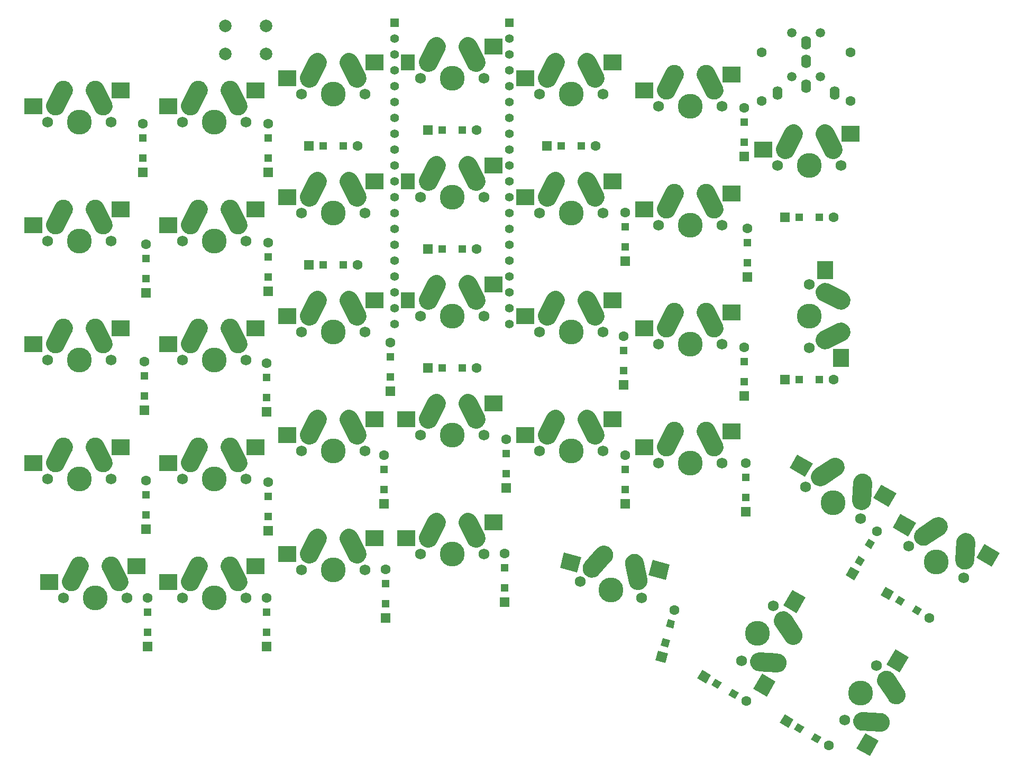
<source format=gbs>
G04 #@! TF.GenerationSoftware,KiCad,Pcbnew,(5.1.5)-3*
G04 #@! TF.CreationDate,2020-02-25T19:23:58+01:00*
G04 #@! TF.ProjectId,redox_rev1,7265646f-785f-4726-9576-312e6b696361,1.0*
G04 #@! TF.SameCoordinates,Original*
G04 #@! TF.FileFunction,Soldermask,Bot*
G04 #@! TF.FilePolarity,Negative*
%FSLAX46Y46*%
G04 Gerber Fmt 4.6, Leading zero omitted, Abs format (unit mm)*
G04 Created by KiCad (PCBNEW (5.1.5)-3) date 2020-02-25 19:23:58*
%MOMM*%
%LPD*%
G04 APERTURE LIST*
%ADD10C,0.100000*%
%ADD11R,2.850000X2.500000*%
%ADD12C,1.750000*%
%ADD13C,3.987800*%
%ADD14R,1.200000X1.200000*%
%ADD15C,1.600000*%
%ADD16R,1.600000X1.600000*%
%ADD17R,2.250000X2.500000*%
%ADD18R,1.400000X1.400000*%
%ADD19C,1.400000*%
%ADD20R,2.500000X2.850000*%
%ADD21C,2.000000*%
%ADD22C,1.500000*%
%ADD23O,1.600000X2.200000*%
G04 APERTURE END LIST*
D10*
G36*
X94166778Y-79151497D02*
G01*
X94311746Y-79177052D01*
X94453511Y-79216693D01*
X94590707Y-79270039D01*
X94722015Y-79336576D01*
X94846168Y-79415662D01*
X94961972Y-79506537D01*
X95068310Y-79608325D01*
X95164160Y-79720046D01*
X95248598Y-79840624D01*
X95321571Y-79970421D01*
X96593235Y-82520984D01*
X96652373Y-82655785D01*
X96698014Y-82795734D01*
X96729718Y-82939482D01*
X96747179Y-83085646D01*
X96750230Y-83232818D01*
X96738840Y-83379579D01*
X96713121Y-83524518D01*
X96673319Y-83666238D01*
X96619817Y-83803374D01*
X96553131Y-83934606D01*
X96473904Y-84058669D01*
X96382897Y-84174369D01*
X96280989Y-84280593D01*
X96169159Y-84376315D01*
X96048485Y-84460616D01*
X95921653Y-84531922D01*
X95921651Y-84531923D01*
X95786917Y-84591214D01*
X95647021Y-84637014D01*
X95503308Y-84668881D01*
X95357165Y-84686508D01*
X95209997Y-84689726D01*
X95063222Y-84678503D01*
X94918254Y-84652948D01*
X94776489Y-84613307D01*
X94639293Y-84559961D01*
X94507985Y-84493424D01*
X94383832Y-84414338D01*
X94268028Y-84323463D01*
X94161690Y-84221675D01*
X94065840Y-84109954D01*
X93981402Y-83989376D01*
X93908429Y-83859579D01*
X92636765Y-81309016D01*
X92577627Y-81174215D01*
X92531986Y-81034266D01*
X92500282Y-80890518D01*
X92482821Y-80744354D01*
X92479770Y-80597182D01*
X92491160Y-80450421D01*
X92516879Y-80305482D01*
X92556681Y-80163762D01*
X92610183Y-80026626D01*
X92676869Y-79895394D01*
X92756096Y-79771331D01*
X92847103Y-79655631D01*
X92949011Y-79549407D01*
X93060841Y-79453685D01*
X93181515Y-79369384D01*
X93308347Y-79298078D01*
X93308349Y-79298077D01*
X93443083Y-79238786D01*
X93582979Y-79192986D01*
X93726692Y-79161119D01*
X93872835Y-79143492D01*
X94020003Y-79140274D01*
X94166778Y-79151497D01*
G37*
D11*
X98090000Y-80645000D03*
X84074000Y-83185000D03*
D10*
G36*
X89005466Y-79143372D02*
G01*
X89151630Y-79160833D01*
X89295378Y-79192537D01*
X89435327Y-79238178D01*
X89571651Y-79298077D01*
X89571653Y-79298078D01*
X89699927Y-79370290D01*
X89820505Y-79454728D01*
X89932226Y-79550578D01*
X90034014Y-79656916D01*
X90124889Y-79772720D01*
X90203975Y-79896873D01*
X90270512Y-80028181D01*
X90323858Y-80165377D01*
X90363499Y-80307142D01*
X90389054Y-80452110D01*
X90400277Y-80598885D01*
X90397059Y-80746053D01*
X90379432Y-80892196D01*
X90347565Y-81035909D01*
X90301765Y-81175805D01*
X90243235Y-81309016D01*
X88971571Y-83859579D01*
X88899504Y-83987934D01*
X88815203Y-84108608D01*
X88719481Y-84220438D01*
X88613257Y-84322346D01*
X88497557Y-84413353D01*
X88373494Y-84492580D01*
X88242262Y-84559266D01*
X88105126Y-84612768D01*
X87963406Y-84652570D01*
X87818467Y-84678289D01*
X87671706Y-84689679D01*
X87524534Y-84686628D01*
X87378370Y-84669167D01*
X87234622Y-84637463D01*
X87094673Y-84591822D01*
X86958349Y-84531923D01*
X86958347Y-84531922D01*
X86830073Y-84459710D01*
X86709495Y-84375272D01*
X86597774Y-84279422D01*
X86495986Y-84173084D01*
X86405111Y-84057280D01*
X86326025Y-83933127D01*
X86259488Y-83801819D01*
X86206142Y-83664623D01*
X86166501Y-83522858D01*
X86140946Y-83377890D01*
X86129723Y-83231115D01*
X86132941Y-83083947D01*
X86150568Y-82937804D01*
X86182435Y-82794091D01*
X86228235Y-82654195D01*
X86286765Y-82520984D01*
X87558429Y-79970421D01*
X87630496Y-79842066D01*
X87714797Y-79721392D01*
X87810519Y-79609562D01*
X87916743Y-79507654D01*
X88032443Y-79416647D01*
X88156506Y-79337420D01*
X88287738Y-79270734D01*
X88424874Y-79217232D01*
X88566594Y-79177430D01*
X88711533Y-79151711D01*
X88858294Y-79140321D01*
X89005466Y-79143372D01*
G37*
D12*
X96520000Y-85725000D03*
X86360000Y-85725000D03*
D13*
X91440000Y-85725000D03*
D10*
G36*
X115756778Y-117251497D02*
G01*
X115901746Y-117277052D01*
X116043511Y-117316693D01*
X116180707Y-117370039D01*
X116312015Y-117436576D01*
X116436168Y-117515662D01*
X116551972Y-117606537D01*
X116658310Y-117708325D01*
X116754160Y-117820046D01*
X116838598Y-117940624D01*
X116911571Y-118070421D01*
X118183235Y-120620984D01*
X118242373Y-120755785D01*
X118288014Y-120895734D01*
X118319718Y-121039482D01*
X118337179Y-121185646D01*
X118340230Y-121332818D01*
X118328840Y-121479579D01*
X118303121Y-121624518D01*
X118263319Y-121766238D01*
X118209817Y-121903374D01*
X118143131Y-122034606D01*
X118063904Y-122158669D01*
X117972897Y-122274369D01*
X117870989Y-122380593D01*
X117759159Y-122476315D01*
X117638485Y-122560616D01*
X117511653Y-122631922D01*
X117511651Y-122631923D01*
X117376917Y-122691214D01*
X117237021Y-122737014D01*
X117093308Y-122768881D01*
X116947165Y-122786508D01*
X116799997Y-122789726D01*
X116653222Y-122778503D01*
X116508254Y-122752948D01*
X116366489Y-122713307D01*
X116229293Y-122659961D01*
X116097985Y-122593424D01*
X115973832Y-122514338D01*
X115858028Y-122423463D01*
X115751690Y-122321675D01*
X115655840Y-122209954D01*
X115571402Y-122089376D01*
X115498429Y-121959579D01*
X114226765Y-119409016D01*
X114167627Y-119274215D01*
X114121986Y-119134266D01*
X114090282Y-118990518D01*
X114072821Y-118844354D01*
X114069770Y-118697182D01*
X114081160Y-118550421D01*
X114106879Y-118405482D01*
X114146681Y-118263762D01*
X114200183Y-118126626D01*
X114266869Y-117995394D01*
X114346096Y-117871331D01*
X114437103Y-117755631D01*
X114539011Y-117649407D01*
X114650841Y-117553685D01*
X114771515Y-117469384D01*
X114898347Y-117398078D01*
X114898349Y-117398077D01*
X115033083Y-117338786D01*
X115172979Y-117292986D01*
X115316692Y-117261119D01*
X115462835Y-117243492D01*
X115610003Y-117240274D01*
X115756778Y-117251497D01*
G37*
G36*
X110595466Y-117243372D02*
G01*
X110741630Y-117260833D01*
X110885378Y-117292537D01*
X111025327Y-117338178D01*
X111161651Y-117398077D01*
X111161653Y-117398078D01*
X111289927Y-117470290D01*
X111410505Y-117554728D01*
X111522226Y-117650578D01*
X111624014Y-117756916D01*
X111714889Y-117872720D01*
X111793975Y-117996873D01*
X111860512Y-118128181D01*
X111913858Y-118265377D01*
X111953499Y-118407142D01*
X111979054Y-118552110D01*
X111990277Y-118698885D01*
X111987059Y-118846053D01*
X111969432Y-118992196D01*
X111937565Y-119135909D01*
X111891765Y-119275805D01*
X111833235Y-119409016D01*
X110561571Y-121959579D01*
X110489504Y-122087934D01*
X110405203Y-122208608D01*
X110309481Y-122320438D01*
X110203257Y-122422346D01*
X110087557Y-122513353D01*
X109963494Y-122592580D01*
X109832262Y-122659266D01*
X109695126Y-122712768D01*
X109553406Y-122752570D01*
X109408467Y-122778289D01*
X109261706Y-122789679D01*
X109114534Y-122786628D01*
X108968370Y-122769167D01*
X108824622Y-122737463D01*
X108684673Y-122691822D01*
X108548349Y-122631923D01*
X108548347Y-122631922D01*
X108420073Y-122559710D01*
X108299495Y-122475272D01*
X108187774Y-122379422D01*
X108085986Y-122273084D01*
X107995111Y-122157280D01*
X107916025Y-122033127D01*
X107849488Y-121901819D01*
X107796142Y-121764623D01*
X107756501Y-121622858D01*
X107730946Y-121477890D01*
X107719723Y-121331115D01*
X107722941Y-121183947D01*
X107740568Y-121037804D01*
X107772435Y-120894091D01*
X107818235Y-120754195D01*
X107876765Y-120620984D01*
X109148429Y-118070421D01*
X109220496Y-117942066D01*
X109304797Y-117821392D01*
X109400519Y-117709562D01*
X109506743Y-117607654D01*
X109622443Y-117516647D01*
X109746506Y-117437420D01*
X109877738Y-117370734D01*
X110014874Y-117317232D01*
X110156594Y-117277430D01*
X110301533Y-117251711D01*
X110448294Y-117240321D01*
X110595466Y-117243372D01*
G37*
D13*
X113030000Y-123825000D03*
D12*
X107950000Y-123825000D03*
X118110000Y-123825000D03*
D11*
X105664000Y-121285000D03*
X119680000Y-118745000D03*
D14*
X101600000Y-69291000D03*
X101600000Y-72441000D03*
D15*
X101600000Y-66966000D03*
D16*
X101600000Y-74766000D03*
D14*
X209855000Y-107950000D03*
X206705000Y-107950000D03*
D15*
X212180000Y-107950000D03*
D16*
X204380000Y-107950000D03*
D17*
X144064000Y-76200000D03*
D11*
X157780000Y-73660000D03*
D10*
G36*
X148695466Y-72158372D02*
G01*
X148841630Y-72175833D01*
X148985378Y-72207537D01*
X149125327Y-72253178D01*
X149261651Y-72313077D01*
X149261653Y-72313078D01*
X149389927Y-72385290D01*
X149510505Y-72469728D01*
X149622226Y-72565578D01*
X149724014Y-72671916D01*
X149814889Y-72787720D01*
X149893975Y-72911873D01*
X149960512Y-73043181D01*
X150013858Y-73180377D01*
X150053499Y-73322142D01*
X150079054Y-73467110D01*
X150090277Y-73613885D01*
X150087059Y-73761053D01*
X150069432Y-73907196D01*
X150037565Y-74050909D01*
X149991765Y-74190805D01*
X149933235Y-74324016D01*
X148661571Y-76874579D01*
X148589504Y-77002934D01*
X148505203Y-77123608D01*
X148409481Y-77235438D01*
X148303257Y-77337346D01*
X148187557Y-77428353D01*
X148063494Y-77507580D01*
X147932262Y-77574266D01*
X147795126Y-77627768D01*
X147653406Y-77667570D01*
X147508467Y-77693289D01*
X147361706Y-77704679D01*
X147214534Y-77701628D01*
X147068370Y-77684167D01*
X146924622Y-77652463D01*
X146784673Y-77606822D01*
X146648349Y-77546923D01*
X146648347Y-77546922D01*
X146520073Y-77474710D01*
X146399495Y-77390272D01*
X146287774Y-77294422D01*
X146185986Y-77188084D01*
X146095111Y-77072280D01*
X146016025Y-76948127D01*
X145949488Y-76816819D01*
X145896142Y-76679623D01*
X145856501Y-76537858D01*
X145830946Y-76392890D01*
X145819723Y-76246115D01*
X145822941Y-76098947D01*
X145840568Y-75952804D01*
X145872435Y-75809091D01*
X145918235Y-75669195D01*
X145976765Y-75535984D01*
X147248429Y-72985421D01*
X147320496Y-72857066D01*
X147404797Y-72736392D01*
X147500519Y-72624562D01*
X147606743Y-72522654D01*
X147722443Y-72431647D01*
X147846506Y-72352420D01*
X147977738Y-72285734D01*
X148114874Y-72232232D01*
X148256594Y-72192430D01*
X148401533Y-72166711D01*
X148548294Y-72155321D01*
X148695466Y-72158372D01*
G37*
G36*
X153856778Y-72166497D02*
G01*
X154001746Y-72192052D01*
X154143511Y-72231693D01*
X154280707Y-72285039D01*
X154412015Y-72351576D01*
X154536168Y-72430662D01*
X154651972Y-72521537D01*
X154758310Y-72623325D01*
X154854160Y-72735046D01*
X154938598Y-72855624D01*
X155011571Y-72985421D01*
X156283235Y-75535984D01*
X156342373Y-75670785D01*
X156388014Y-75810734D01*
X156419718Y-75954482D01*
X156437179Y-76100646D01*
X156440230Y-76247818D01*
X156428840Y-76394579D01*
X156403121Y-76539518D01*
X156363319Y-76681238D01*
X156309817Y-76818374D01*
X156243131Y-76949606D01*
X156163904Y-77073669D01*
X156072897Y-77189369D01*
X155970989Y-77295593D01*
X155859159Y-77391315D01*
X155738485Y-77475616D01*
X155611653Y-77546922D01*
X155611651Y-77546923D01*
X155476917Y-77606214D01*
X155337021Y-77652014D01*
X155193308Y-77683881D01*
X155047165Y-77701508D01*
X154899997Y-77704726D01*
X154753222Y-77693503D01*
X154608254Y-77667948D01*
X154466489Y-77628307D01*
X154329293Y-77574961D01*
X154197985Y-77508424D01*
X154073832Y-77429338D01*
X153958028Y-77338463D01*
X153851690Y-77236675D01*
X153755840Y-77124954D01*
X153671402Y-77004376D01*
X153598429Y-76874579D01*
X152326765Y-74324016D01*
X152267627Y-74189215D01*
X152221986Y-74049266D01*
X152190282Y-73905518D01*
X152172821Y-73759354D01*
X152169770Y-73612182D01*
X152181160Y-73465421D01*
X152206879Y-73320482D01*
X152246681Y-73178762D01*
X152300183Y-73041626D01*
X152366869Y-72910394D01*
X152446096Y-72786331D01*
X152537103Y-72670631D01*
X152639011Y-72564407D01*
X152750841Y-72468685D01*
X152871515Y-72384384D01*
X152998347Y-72313078D01*
X152998349Y-72313077D01*
X153133083Y-72253786D01*
X153272979Y-72207986D01*
X153416692Y-72176119D01*
X153562835Y-72158492D01*
X153710003Y-72155274D01*
X153856778Y-72166497D01*
G37*
D12*
X146050000Y-78740000D03*
X156210000Y-78740000D03*
D13*
X151130000Y-78740000D03*
D10*
G36*
X115756778Y-60101497D02*
G01*
X115901746Y-60127052D01*
X116043511Y-60166693D01*
X116180707Y-60220039D01*
X116312015Y-60286576D01*
X116436168Y-60365662D01*
X116551972Y-60456537D01*
X116658310Y-60558325D01*
X116754160Y-60670046D01*
X116838598Y-60790624D01*
X116911571Y-60920421D01*
X118183235Y-63470984D01*
X118242373Y-63605785D01*
X118288014Y-63745734D01*
X118319718Y-63889482D01*
X118337179Y-64035646D01*
X118340230Y-64182818D01*
X118328840Y-64329579D01*
X118303121Y-64474518D01*
X118263319Y-64616238D01*
X118209817Y-64753374D01*
X118143131Y-64884606D01*
X118063904Y-65008669D01*
X117972897Y-65124369D01*
X117870989Y-65230593D01*
X117759159Y-65326315D01*
X117638485Y-65410616D01*
X117511653Y-65481922D01*
X117511651Y-65481923D01*
X117376917Y-65541214D01*
X117237021Y-65587014D01*
X117093308Y-65618881D01*
X116947165Y-65636508D01*
X116799997Y-65639726D01*
X116653222Y-65628503D01*
X116508254Y-65602948D01*
X116366489Y-65563307D01*
X116229293Y-65509961D01*
X116097985Y-65443424D01*
X115973832Y-65364338D01*
X115858028Y-65273463D01*
X115751690Y-65171675D01*
X115655840Y-65059954D01*
X115571402Y-64939376D01*
X115498429Y-64809579D01*
X114226765Y-62259016D01*
X114167627Y-62124215D01*
X114121986Y-61984266D01*
X114090282Y-61840518D01*
X114072821Y-61694354D01*
X114069770Y-61547182D01*
X114081160Y-61400421D01*
X114106879Y-61255482D01*
X114146681Y-61113762D01*
X114200183Y-60976626D01*
X114266869Y-60845394D01*
X114346096Y-60721331D01*
X114437103Y-60605631D01*
X114539011Y-60499407D01*
X114650841Y-60403685D01*
X114771515Y-60319384D01*
X114898347Y-60248078D01*
X114898349Y-60248077D01*
X115033083Y-60188786D01*
X115172979Y-60142986D01*
X115316692Y-60111119D01*
X115462835Y-60093492D01*
X115610003Y-60090274D01*
X115756778Y-60101497D01*
G37*
G36*
X110595466Y-60093372D02*
G01*
X110741630Y-60110833D01*
X110885378Y-60142537D01*
X111025327Y-60188178D01*
X111161651Y-60248077D01*
X111161653Y-60248078D01*
X111289927Y-60320290D01*
X111410505Y-60404728D01*
X111522226Y-60500578D01*
X111624014Y-60606916D01*
X111714889Y-60722720D01*
X111793975Y-60846873D01*
X111860512Y-60978181D01*
X111913858Y-61115377D01*
X111953499Y-61257142D01*
X111979054Y-61402110D01*
X111990277Y-61548885D01*
X111987059Y-61696053D01*
X111969432Y-61842196D01*
X111937565Y-61985909D01*
X111891765Y-62125805D01*
X111833235Y-62259016D01*
X110561571Y-64809579D01*
X110489504Y-64937934D01*
X110405203Y-65058608D01*
X110309481Y-65170438D01*
X110203257Y-65272346D01*
X110087557Y-65363353D01*
X109963494Y-65442580D01*
X109832262Y-65509266D01*
X109695126Y-65562768D01*
X109553406Y-65602570D01*
X109408467Y-65628289D01*
X109261706Y-65639679D01*
X109114534Y-65636628D01*
X108968370Y-65619167D01*
X108824622Y-65587463D01*
X108684673Y-65541822D01*
X108548349Y-65481923D01*
X108548347Y-65481922D01*
X108420073Y-65409710D01*
X108299495Y-65325272D01*
X108187774Y-65229422D01*
X108085986Y-65123084D01*
X107995111Y-65007280D01*
X107916025Y-64883127D01*
X107849488Y-64751819D01*
X107796142Y-64614623D01*
X107756501Y-64472858D01*
X107730946Y-64327890D01*
X107719723Y-64181115D01*
X107722941Y-64033947D01*
X107740568Y-63887804D01*
X107772435Y-63744091D01*
X107818235Y-63604195D01*
X107876765Y-63470984D01*
X109148429Y-60920421D01*
X109220496Y-60792066D01*
X109304797Y-60671392D01*
X109400519Y-60559562D01*
X109506743Y-60457654D01*
X109622443Y-60366647D01*
X109746506Y-60287420D01*
X109877738Y-60220734D01*
X110014874Y-60167232D01*
X110156594Y-60127430D01*
X110301533Y-60101711D01*
X110448294Y-60090321D01*
X110595466Y-60093372D01*
G37*
D13*
X113030000Y-66675000D03*
D12*
X107950000Y-66675000D03*
X118110000Y-66675000D03*
D11*
X105664000Y-64135000D03*
X119680000Y-61595000D03*
D10*
G36*
X94166778Y-60101497D02*
G01*
X94311746Y-60127052D01*
X94453511Y-60166693D01*
X94590707Y-60220039D01*
X94722015Y-60286576D01*
X94846168Y-60365662D01*
X94961972Y-60456537D01*
X95068310Y-60558325D01*
X95164160Y-60670046D01*
X95248598Y-60790624D01*
X95321571Y-60920421D01*
X96593235Y-63470984D01*
X96652373Y-63605785D01*
X96698014Y-63745734D01*
X96729718Y-63889482D01*
X96747179Y-64035646D01*
X96750230Y-64182818D01*
X96738840Y-64329579D01*
X96713121Y-64474518D01*
X96673319Y-64616238D01*
X96619817Y-64753374D01*
X96553131Y-64884606D01*
X96473904Y-65008669D01*
X96382897Y-65124369D01*
X96280989Y-65230593D01*
X96169159Y-65326315D01*
X96048485Y-65410616D01*
X95921653Y-65481922D01*
X95921651Y-65481923D01*
X95786917Y-65541214D01*
X95647021Y-65587014D01*
X95503308Y-65618881D01*
X95357165Y-65636508D01*
X95209997Y-65639726D01*
X95063222Y-65628503D01*
X94918254Y-65602948D01*
X94776489Y-65563307D01*
X94639293Y-65509961D01*
X94507985Y-65443424D01*
X94383832Y-65364338D01*
X94268028Y-65273463D01*
X94161690Y-65171675D01*
X94065840Y-65059954D01*
X93981402Y-64939376D01*
X93908429Y-64809579D01*
X92636765Y-62259016D01*
X92577627Y-62124215D01*
X92531986Y-61984266D01*
X92500282Y-61840518D01*
X92482821Y-61694354D01*
X92479770Y-61547182D01*
X92491160Y-61400421D01*
X92516879Y-61255482D01*
X92556681Y-61113762D01*
X92610183Y-60976626D01*
X92676869Y-60845394D01*
X92756096Y-60721331D01*
X92847103Y-60605631D01*
X92949011Y-60499407D01*
X93060841Y-60403685D01*
X93181515Y-60319384D01*
X93308347Y-60248078D01*
X93308349Y-60248077D01*
X93443083Y-60188786D01*
X93582979Y-60142986D01*
X93726692Y-60111119D01*
X93872835Y-60093492D01*
X94020003Y-60090274D01*
X94166778Y-60101497D01*
G37*
D11*
X98090000Y-61595000D03*
X84074000Y-64135000D03*
D10*
G36*
X89005466Y-60093372D02*
G01*
X89151630Y-60110833D01*
X89295378Y-60142537D01*
X89435327Y-60188178D01*
X89571651Y-60248077D01*
X89571653Y-60248078D01*
X89699927Y-60320290D01*
X89820505Y-60404728D01*
X89932226Y-60500578D01*
X90034014Y-60606916D01*
X90124889Y-60722720D01*
X90203975Y-60846873D01*
X90270512Y-60978181D01*
X90323858Y-61115377D01*
X90363499Y-61257142D01*
X90389054Y-61402110D01*
X90400277Y-61548885D01*
X90397059Y-61696053D01*
X90379432Y-61842196D01*
X90347565Y-61985909D01*
X90301765Y-62125805D01*
X90243235Y-62259016D01*
X88971571Y-64809579D01*
X88899504Y-64937934D01*
X88815203Y-65058608D01*
X88719481Y-65170438D01*
X88613257Y-65272346D01*
X88497557Y-65363353D01*
X88373494Y-65442580D01*
X88242262Y-65509266D01*
X88105126Y-65562768D01*
X87963406Y-65602570D01*
X87818467Y-65628289D01*
X87671706Y-65639679D01*
X87524534Y-65636628D01*
X87378370Y-65619167D01*
X87234622Y-65587463D01*
X87094673Y-65541822D01*
X86958349Y-65481923D01*
X86958347Y-65481922D01*
X86830073Y-65409710D01*
X86709495Y-65325272D01*
X86597774Y-65229422D01*
X86495986Y-65123084D01*
X86405111Y-65007280D01*
X86326025Y-64883127D01*
X86259488Y-64751819D01*
X86206142Y-64614623D01*
X86166501Y-64472858D01*
X86140946Y-64327890D01*
X86129723Y-64181115D01*
X86132941Y-64033947D01*
X86150568Y-63887804D01*
X86182435Y-63744091D01*
X86228235Y-63604195D01*
X86286765Y-63470984D01*
X87558429Y-60920421D01*
X87630496Y-60792066D01*
X87714797Y-60671392D01*
X87810519Y-60559562D01*
X87916743Y-60457654D01*
X88032443Y-60366647D01*
X88156506Y-60287420D01*
X88287738Y-60220734D01*
X88424874Y-60167232D01*
X88566594Y-60127430D01*
X88711533Y-60101711D01*
X88858294Y-60090321D01*
X89005466Y-60093372D01*
G37*
D12*
X96520000Y-66675000D03*
X86360000Y-66675000D03*
D13*
X91440000Y-66675000D03*
D18*
X141894000Y-50800000D03*
D19*
X141894000Y-53340000D03*
X141894000Y-55880000D03*
X141894000Y-58420000D03*
X141894000Y-60960000D03*
X141894000Y-63500000D03*
X141894000Y-66040000D03*
X141894000Y-68580000D03*
X141894000Y-71120000D03*
X141894000Y-73660000D03*
X141894000Y-76200000D03*
X141894000Y-78740000D03*
X141894000Y-81280000D03*
X141894000Y-83820000D03*
X141894000Y-86360000D03*
X141894000Y-88900000D03*
X141894000Y-91440000D03*
X141894000Y-93980000D03*
X141894000Y-96520000D03*
X141894000Y-99060000D03*
X160274000Y-99060000D03*
X160274000Y-96520000D03*
X160274000Y-93980000D03*
X160274000Y-91440000D03*
X160274000Y-88900000D03*
X160274000Y-86360000D03*
X160274000Y-83820000D03*
X160274000Y-81280000D03*
X160274000Y-78740000D03*
X160274000Y-76200000D03*
X160274000Y-73660000D03*
X160274000Y-71120000D03*
X160274000Y-68580000D03*
X160274000Y-66040000D03*
X160274000Y-63500000D03*
X160274000Y-60960000D03*
X160274000Y-58420000D03*
X160274000Y-55880000D03*
X160274000Y-53340000D03*
D18*
X160274000Y-50800000D03*
D10*
G36*
X134806778Y-74706497D02*
G01*
X134951746Y-74732052D01*
X135093511Y-74771693D01*
X135230707Y-74825039D01*
X135362015Y-74891576D01*
X135486168Y-74970662D01*
X135601972Y-75061537D01*
X135708310Y-75163325D01*
X135804160Y-75275046D01*
X135888598Y-75395624D01*
X135961571Y-75525421D01*
X137233235Y-78075984D01*
X137292373Y-78210785D01*
X137338014Y-78350734D01*
X137369718Y-78494482D01*
X137387179Y-78640646D01*
X137390230Y-78787818D01*
X137378840Y-78934579D01*
X137353121Y-79079518D01*
X137313319Y-79221238D01*
X137259817Y-79358374D01*
X137193131Y-79489606D01*
X137113904Y-79613669D01*
X137022897Y-79729369D01*
X136920989Y-79835593D01*
X136809159Y-79931315D01*
X136688485Y-80015616D01*
X136561653Y-80086922D01*
X136561651Y-80086923D01*
X136426917Y-80146214D01*
X136287021Y-80192014D01*
X136143308Y-80223881D01*
X135997165Y-80241508D01*
X135849997Y-80244726D01*
X135703222Y-80233503D01*
X135558254Y-80207948D01*
X135416489Y-80168307D01*
X135279293Y-80114961D01*
X135147985Y-80048424D01*
X135023832Y-79969338D01*
X134908028Y-79878463D01*
X134801690Y-79776675D01*
X134705840Y-79664954D01*
X134621402Y-79544376D01*
X134548429Y-79414579D01*
X133276765Y-76864016D01*
X133217627Y-76729215D01*
X133171986Y-76589266D01*
X133140282Y-76445518D01*
X133122821Y-76299354D01*
X133119770Y-76152182D01*
X133131160Y-76005421D01*
X133156879Y-75860482D01*
X133196681Y-75718762D01*
X133250183Y-75581626D01*
X133316869Y-75450394D01*
X133396096Y-75326331D01*
X133487103Y-75210631D01*
X133589011Y-75104407D01*
X133700841Y-75008685D01*
X133821515Y-74924384D01*
X133948347Y-74853078D01*
X133948349Y-74853077D01*
X134083083Y-74793786D01*
X134222979Y-74747986D01*
X134366692Y-74716119D01*
X134512835Y-74698492D01*
X134660003Y-74695274D01*
X134806778Y-74706497D01*
G37*
G36*
X129645466Y-74698372D02*
G01*
X129791630Y-74715833D01*
X129935378Y-74747537D01*
X130075327Y-74793178D01*
X130211651Y-74853077D01*
X130211653Y-74853078D01*
X130339927Y-74925290D01*
X130460505Y-75009728D01*
X130572226Y-75105578D01*
X130674014Y-75211916D01*
X130764889Y-75327720D01*
X130843975Y-75451873D01*
X130910512Y-75583181D01*
X130963858Y-75720377D01*
X131003499Y-75862142D01*
X131029054Y-76007110D01*
X131040277Y-76153885D01*
X131037059Y-76301053D01*
X131019432Y-76447196D01*
X130987565Y-76590909D01*
X130941765Y-76730805D01*
X130883235Y-76864016D01*
X129611571Y-79414579D01*
X129539504Y-79542934D01*
X129455203Y-79663608D01*
X129359481Y-79775438D01*
X129253257Y-79877346D01*
X129137557Y-79968353D01*
X129013494Y-80047580D01*
X128882262Y-80114266D01*
X128745126Y-80167768D01*
X128603406Y-80207570D01*
X128458467Y-80233289D01*
X128311706Y-80244679D01*
X128164534Y-80241628D01*
X128018370Y-80224167D01*
X127874622Y-80192463D01*
X127734673Y-80146822D01*
X127598349Y-80086923D01*
X127598347Y-80086922D01*
X127470073Y-80014710D01*
X127349495Y-79930272D01*
X127237774Y-79834422D01*
X127135986Y-79728084D01*
X127045111Y-79612280D01*
X126966025Y-79488127D01*
X126899488Y-79356819D01*
X126846142Y-79219623D01*
X126806501Y-79077858D01*
X126780946Y-78932890D01*
X126769723Y-78786115D01*
X126772941Y-78638947D01*
X126790568Y-78492804D01*
X126822435Y-78349091D01*
X126868235Y-78209195D01*
X126926765Y-78075984D01*
X128198429Y-75525421D01*
X128270496Y-75397066D01*
X128354797Y-75276392D01*
X128450519Y-75164562D01*
X128556743Y-75062654D01*
X128672443Y-74971647D01*
X128796506Y-74892420D01*
X128927738Y-74825734D01*
X129064874Y-74772232D01*
X129206594Y-74732430D01*
X129351533Y-74706711D01*
X129498294Y-74695321D01*
X129645466Y-74698372D01*
G37*
D13*
X132080000Y-81280000D03*
D12*
X127000000Y-81280000D03*
X137160000Y-81280000D03*
D11*
X124714000Y-78740000D03*
X138730000Y-76200000D03*
D10*
G36*
X134806778Y-112806497D02*
G01*
X134951746Y-112832052D01*
X135093511Y-112871693D01*
X135230707Y-112925039D01*
X135362015Y-112991576D01*
X135486168Y-113070662D01*
X135601972Y-113161537D01*
X135708310Y-113263325D01*
X135804160Y-113375046D01*
X135888598Y-113495624D01*
X135961571Y-113625421D01*
X137233235Y-116175984D01*
X137292373Y-116310785D01*
X137338014Y-116450734D01*
X137369718Y-116594482D01*
X137387179Y-116740646D01*
X137390230Y-116887818D01*
X137378840Y-117034579D01*
X137353121Y-117179518D01*
X137313319Y-117321238D01*
X137259817Y-117458374D01*
X137193131Y-117589606D01*
X137113904Y-117713669D01*
X137022897Y-117829369D01*
X136920989Y-117935593D01*
X136809159Y-118031315D01*
X136688485Y-118115616D01*
X136561653Y-118186922D01*
X136561651Y-118186923D01*
X136426917Y-118246214D01*
X136287021Y-118292014D01*
X136143308Y-118323881D01*
X135997165Y-118341508D01*
X135849997Y-118344726D01*
X135703222Y-118333503D01*
X135558254Y-118307948D01*
X135416489Y-118268307D01*
X135279293Y-118214961D01*
X135147985Y-118148424D01*
X135023832Y-118069338D01*
X134908028Y-117978463D01*
X134801690Y-117876675D01*
X134705840Y-117764954D01*
X134621402Y-117644376D01*
X134548429Y-117514579D01*
X133276765Y-114964016D01*
X133217627Y-114829215D01*
X133171986Y-114689266D01*
X133140282Y-114545518D01*
X133122821Y-114399354D01*
X133119770Y-114252182D01*
X133131160Y-114105421D01*
X133156879Y-113960482D01*
X133196681Y-113818762D01*
X133250183Y-113681626D01*
X133316869Y-113550394D01*
X133396096Y-113426331D01*
X133487103Y-113310631D01*
X133589011Y-113204407D01*
X133700841Y-113108685D01*
X133821515Y-113024384D01*
X133948347Y-112953078D01*
X133948349Y-112953077D01*
X134083083Y-112893786D01*
X134222979Y-112847986D01*
X134366692Y-112816119D01*
X134512835Y-112798492D01*
X134660003Y-112795274D01*
X134806778Y-112806497D01*
G37*
G36*
X129645466Y-112798372D02*
G01*
X129791630Y-112815833D01*
X129935378Y-112847537D01*
X130075327Y-112893178D01*
X130211651Y-112953077D01*
X130211653Y-112953078D01*
X130339927Y-113025290D01*
X130460505Y-113109728D01*
X130572226Y-113205578D01*
X130674014Y-113311916D01*
X130764889Y-113427720D01*
X130843975Y-113551873D01*
X130910512Y-113683181D01*
X130963858Y-113820377D01*
X131003499Y-113962142D01*
X131029054Y-114107110D01*
X131040277Y-114253885D01*
X131037059Y-114401053D01*
X131019432Y-114547196D01*
X130987565Y-114690909D01*
X130941765Y-114830805D01*
X130883235Y-114964016D01*
X129611571Y-117514579D01*
X129539504Y-117642934D01*
X129455203Y-117763608D01*
X129359481Y-117875438D01*
X129253257Y-117977346D01*
X129137557Y-118068353D01*
X129013494Y-118147580D01*
X128882262Y-118214266D01*
X128745126Y-118267768D01*
X128603406Y-118307570D01*
X128458467Y-118333289D01*
X128311706Y-118344679D01*
X128164534Y-118341628D01*
X128018370Y-118324167D01*
X127874622Y-118292463D01*
X127734673Y-118246822D01*
X127598349Y-118186923D01*
X127598347Y-118186922D01*
X127470073Y-118114710D01*
X127349495Y-118030272D01*
X127237774Y-117934422D01*
X127135986Y-117828084D01*
X127045111Y-117712280D01*
X126966025Y-117588127D01*
X126899488Y-117456819D01*
X126846142Y-117319623D01*
X126806501Y-117177858D01*
X126780946Y-117032890D01*
X126769723Y-116886115D01*
X126772941Y-116738947D01*
X126790568Y-116592804D01*
X126822435Y-116449091D01*
X126868235Y-116309195D01*
X126926765Y-116175984D01*
X128198429Y-113625421D01*
X128270496Y-113497066D01*
X128354797Y-113376392D01*
X128450519Y-113264562D01*
X128556743Y-113162654D01*
X128672443Y-113071647D01*
X128796506Y-112992420D01*
X128927738Y-112925734D01*
X129064874Y-112872232D01*
X129206594Y-112832430D01*
X129351533Y-112806711D01*
X129498294Y-112795321D01*
X129645466Y-112798372D01*
G37*
D13*
X132080000Y-119380000D03*
D12*
X127000000Y-119380000D03*
X137160000Y-119380000D03*
D11*
X124714000Y-116840000D03*
X138730000Y-114300000D03*
D10*
G36*
X134806778Y-55656497D02*
G01*
X134951746Y-55682052D01*
X135093511Y-55721693D01*
X135230707Y-55775039D01*
X135362015Y-55841576D01*
X135486168Y-55920662D01*
X135601972Y-56011537D01*
X135708310Y-56113325D01*
X135804160Y-56225046D01*
X135888598Y-56345624D01*
X135961571Y-56475421D01*
X137233235Y-59025984D01*
X137292373Y-59160785D01*
X137338014Y-59300734D01*
X137369718Y-59444482D01*
X137387179Y-59590646D01*
X137390230Y-59737818D01*
X137378840Y-59884579D01*
X137353121Y-60029518D01*
X137313319Y-60171238D01*
X137259817Y-60308374D01*
X137193131Y-60439606D01*
X137113904Y-60563669D01*
X137022897Y-60679369D01*
X136920989Y-60785593D01*
X136809159Y-60881315D01*
X136688485Y-60965616D01*
X136561653Y-61036922D01*
X136561651Y-61036923D01*
X136426917Y-61096214D01*
X136287021Y-61142014D01*
X136143308Y-61173881D01*
X135997165Y-61191508D01*
X135849997Y-61194726D01*
X135703222Y-61183503D01*
X135558254Y-61157948D01*
X135416489Y-61118307D01*
X135279293Y-61064961D01*
X135147985Y-60998424D01*
X135023832Y-60919338D01*
X134908028Y-60828463D01*
X134801690Y-60726675D01*
X134705840Y-60614954D01*
X134621402Y-60494376D01*
X134548429Y-60364579D01*
X133276765Y-57814016D01*
X133217627Y-57679215D01*
X133171986Y-57539266D01*
X133140282Y-57395518D01*
X133122821Y-57249354D01*
X133119770Y-57102182D01*
X133131160Y-56955421D01*
X133156879Y-56810482D01*
X133196681Y-56668762D01*
X133250183Y-56531626D01*
X133316869Y-56400394D01*
X133396096Y-56276331D01*
X133487103Y-56160631D01*
X133589011Y-56054407D01*
X133700841Y-55958685D01*
X133821515Y-55874384D01*
X133948347Y-55803078D01*
X133948349Y-55803077D01*
X134083083Y-55743786D01*
X134222979Y-55697986D01*
X134366692Y-55666119D01*
X134512835Y-55648492D01*
X134660003Y-55645274D01*
X134806778Y-55656497D01*
G37*
G36*
X129645466Y-55648372D02*
G01*
X129791630Y-55665833D01*
X129935378Y-55697537D01*
X130075327Y-55743178D01*
X130211651Y-55803077D01*
X130211653Y-55803078D01*
X130339927Y-55875290D01*
X130460505Y-55959728D01*
X130572226Y-56055578D01*
X130674014Y-56161916D01*
X130764889Y-56277720D01*
X130843975Y-56401873D01*
X130910512Y-56533181D01*
X130963858Y-56670377D01*
X131003499Y-56812142D01*
X131029054Y-56957110D01*
X131040277Y-57103885D01*
X131037059Y-57251053D01*
X131019432Y-57397196D01*
X130987565Y-57540909D01*
X130941765Y-57680805D01*
X130883235Y-57814016D01*
X129611571Y-60364579D01*
X129539504Y-60492934D01*
X129455203Y-60613608D01*
X129359481Y-60725438D01*
X129253257Y-60827346D01*
X129137557Y-60918353D01*
X129013494Y-60997580D01*
X128882262Y-61064266D01*
X128745126Y-61117768D01*
X128603406Y-61157570D01*
X128458467Y-61183289D01*
X128311706Y-61194679D01*
X128164534Y-61191628D01*
X128018370Y-61174167D01*
X127874622Y-61142463D01*
X127734673Y-61096822D01*
X127598349Y-61036923D01*
X127598347Y-61036922D01*
X127470073Y-60964710D01*
X127349495Y-60880272D01*
X127237774Y-60784422D01*
X127135986Y-60678084D01*
X127045111Y-60562280D01*
X126966025Y-60438127D01*
X126899488Y-60306819D01*
X126846142Y-60169623D01*
X126806501Y-60027858D01*
X126780946Y-59882890D01*
X126769723Y-59736115D01*
X126772941Y-59588947D01*
X126790568Y-59442804D01*
X126822435Y-59299091D01*
X126868235Y-59159195D01*
X126926765Y-59025984D01*
X128198429Y-56475421D01*
X128270496Y-56347066D01*
X128354797Y-56226392D01*
X128450519Y-56114562D01*
X128556743Y-56012654D01*
X128672443Y-55921647D01*
X128796506Y-55842420D01*
X128927738Y-55775734D01*
X129064874Y-55722232D01*
X129206594Y-55682430D01*
X129351533Y-55656711D01*
X129498294Y-55645321D01*
X129645466Y-55648372D01*
G37*
D13*
X132080000Y-62230000D03*
D12*
X127000000Y-62230000D03*
X137160000Y-62230000D03*
D11*
X124714000Y-59690000D03*
X138730000Y-57150000D03*
D10*
G36*
X172906778Y-55656497D02*
G01*
X173051746Y-55682052D01*
X173193511Y-55721693D01*
X173330707Y-55775039D01*
X173462015Y-55841576D01*
X173586168Y-55920662D01*
X173701972Y-56011537D01*
X173808310Y-56113325D01*
X173904160Y-56225046D01*
X173988598Y-56345624D01*
X174061571Y-56475421D01*
X175333235Y-59025984D01*
X175392373Y-59160785D01*
X175438014Y-59300734D01*
X175469718Y-59444482D01*
X175487179Y-59590646D01*
X175490230Y-59737818D01*
X175478840Y-59884579D01*
X175453121Y-60029518D01*
X175413319Y-60171238D01*
X175359817Y-60308374D01*
X175293131Y-60439606D01*
X175213904Y-60563669D01*
X175122897Y-60679369D01*
X175020989Y-60785593D01*
X174909159Y-60881315D01*
X174788485Y-60965616D01*
X174661653Y-61036922D01*
X174661651Y-61036923D01*
X174526917Y-61096214D01*
X174387021Y-61142014D01*
X174243308Y-61173881D01*
X174097165Y-61191508D01*
X173949997Y-61194726D01*
X173803222Y-61183503D01*
X173658254Y-61157948D01*
X173516489Y-61118307D01*
X173379293Y-61064961D01*
X173247985Y-60998424D01*
X173123832Y-60919338D01*
X173008028Y-60828463D01*
X172901690Y-60726675D01*
X172805840Y-60614954D01*
X172721402Y-60494376D01*
X172648429Y-60364579D01*
X171376765Y-57814016D01*
X171317627Y-57679215D01*
X171271986Y-57539266D01*
X171240282Y-57395518D01*
X171222821Y-57249354D01*
X171219770Y-57102182D01*
X171231160Y-56955421D01*
X171256879Y-56810482D01*
X171296681Y-56668762D01*
X171350183Y-56531626D01*
X171416869Y-56400394D01*
X171496096Y-56276331D01*
X171587103Y-56160631D01*
X171689011Y-56054407D01*
X171800841Y-55958685D01*
X171921515Y-55874384D01*
X172048347Y-55803078D01*
X172048349Y-55803077D01*
X172183083Y-55743786D01*
X172322979Y-55697986D01*
X172466692Y-55666119D01*
X172612835Y-55648492D01*
X172760003Y-55645274D01*
X172906778Y-55656497D01*
G37*
G36*
X167745466Y-55648372D02*
G01*
X167891630Y-55665833D01*
X168035378Y-55697537D01*
X168175327Y-55743178D01*
X168311651Y-55803077D01*
X168311653Y-55803078D01*
X168439927Y-55875290D01*
X168560505Y-55959728D01*
X168672226Y-56055578D01*
X168774014Y-56161916D01*
X168864889Y-56277720D01*
X168943975Y-56401873D01*
X169010512Y-56533181D01*
X169063858Y-56670377D01*
X169103499Y-56812142D01*
X169129054Y-56957110D01*
X169140277Y-57103885D01*
X169137059Y-57251053D01*
X169119432Y-57397196D01*
X169087565Y-57540909D01*
X169041765Y-57680805D01*
X168983235Y-57814016D01*
X167711571Y-60364579D01*
X167639504Y-60492934D01*
X167555203Y-60613608D01*
X167459481Y-60725438D01*
X167353257Y-60827346D01*
X167237557Y-60918353D01*
X167113494Y-60997580D01*
X166982262Y-61064266D01*
X166845126Y-61117768D01*
X166703406Y-61157570D01*
X166558467Y-61183289D01*
X166411706Y-61194679D01*
X166264534Y-61191628D01*
X166118370Y-61174167D01*
X165974622Y-61142463D01*
X165834673Y-61096822D01*
X165698349Y-61036923D01*
X165698347Y-61036922D01*
X165570073Y-60964710D01*
X165449495Y-60880272D01*
X165337774Y-60784422D01*
X165235986Y-60678084D01*
X165145111Y-60562280D01*
X165066025Y-60438127D01*
X164999488Y-60306819D01*
X164946142Y-60169623D01*
X164906501Y-60027858D01*
X164880946Y-59882890D01*
X164869723Y-59736115D01*
X164872941Y-59588947D01*
X164890568Y-59442804D01*
X164922435Y-59299091D01*
X164968235Y-59159195D01*
X165026765Y-59025984D01*
X166298429Y-56475421D01*
X166370496Y-56347066D01*
X166454797Y-56226392D01*
X166550519Y-56114562D01*
X166656743Y-56012654D01*
X166772443Y-55921647D01*
X166896506Y-55842420D01*
X167027738Y-55775734D01*
X167164874Y-55722232D01*
X167306594Y-55682430D01*
X167451533Y-55656711D01*
X167598294Y-55645321D01*
X167745466Y-55648372D01*
G37*
D13*
X170180000Y-62230000D03*
D12*
X165100000Y-62230000D03*
X175260000Y-62230000D03*
D11*
X162814000Y-59690000D03*
X176830000Y-57150000D03*
D10*
G36*
X191956778Y-57561497D02*
G01*
X192101746Y-57587052D01*
X192243511Y-57626693D01*
X192380707Y-57680039D01*
X192512015Y-57746576D01*
X192636168Y-57825662D01*
X192751972Y-57916537D01*
X192858310Y-58018325D01*
X192954160Y-58130046D01*
X193038598Y-58250624D01*
X193111571Y-58380421D01*
X194383235Y-60930984D01*
X194442373Y-61065785D01*
X194488014Y-61205734D01*
X194519718Y-61349482D01*
X194537179Y-61495646D01*
X194540230Y-61642818D01*
X194528840Y-61789579D01*
X194503121Y-61934518D01*
X194463319Y-62076238D01*
X194409817Y-62213374D01*
X194343131Y-62344606D01*
X194263904Y-62468669D01*
X194172897Y-62584369D01*
X194070989Y-62690593D01*
X193959159Y-62786315D01*
X193838485Y-62870616D01*
X193711653Y-62941922D01*
X193711651Y-62941923D01*
X193576917Y-63001214D01*
X193437021Y-63047014D01*
X193293308Y-63078881D01*
X193147165Y-63096508D01*
X192999997Y-63099726D01*
X192853222Y-63088503D01*
X192708254Y-63062948D01*
X192566489Y-63023307D01*
X192429293Y-62969961D01*
X192297985Y-62903424D01*
X192173832Y-62824338D01*
X192058028Y-62733463D01*
X191951690Y-62631675D01*
X191855840Y-62519954D01*
X191771402Y-62399376D01*
X191698429Y-62269579D01*
X190426765Y-59719016D01*
X190367627Y-59584215D01*
X190321986Y-59444266D01*
X190290282Y-59300518D01*
X190272821Y-59154354D01*
X190269770Y-59007182D01*
X190281160Y-58860421D01*
X190306879Y-58715482D01*
X190346681Y-58573762D01*
X190400183Y-58436626D01*
X190466869Y-58305394D01*
X190546096Y-58181331D01*
X190637103Y-58065631D01*
X190739011Y-57959407D01*
X190850841Y-57863685D01*
X190971515Y-57779384D01*
X191098347Y-57708078D01*
X191098349Y-57708077D01*
X191233083Y-57648786D01*
X191372979Y-57602986D01*
X191516692Y-57571119D01*
X191662835Y-57553492D01*
X191810003Y-57550274D01*
X191956778Y-57561497D01*
G37*
G36*
X186795466Y-57553372D02*
G01*
X186941630Y-57570833D01*
X187085378Y-57602537D01*
X187225327Y-57648178D01*
X187361651Y-57708077D01*
X187361653Y-57708078D01*
X187489927Y-57780290D01*
X187610505Y-57864728D01*
X187722226Y-57960578D01*
X187824014Y-58066916D01*
X187914889Y-58182720D01*
X187993975Y-58306873D01*
X188060512Y-58438181D01*
X188113858Y-58575377D01*
X188153499Y-58717142D01*
X188179054Y-58862110D01*
X188190277Y-59008885D01*
X188187059Y-59156053D01*
X188169432Y-59302196D01*
X188137565Y-59445909D01*
X188091765Y-59585805D01*
X188033235Y-59719016D01*
X186761571Y-62269579D01*
X186689504Y-62397934D01*
X186605203Y-62518608D01*
X186509481Y-62630438D01*
X186403257Y-62732346D01*
X186287557Y-62823353D01*
X186163494Y-62902580D01*
X186032262Y-62969266D01*
X185895126Y-63022768D01*
X185753406Y-63062570D01*
X185608467Y-63088289D01*
X185461706Y-63099679D01*
X185314534Y-63096628D01*
X185168370Y-63079167D01*
X185024622Y-63047463D01*
X184884673Y-63001822D01*
X184748349Y-62941923D01*
X184748347Y-62941922D01*
X184620073Y-62869710D01*
X184499495Y-62785272D01*
X184387774Y-62689422D01*
X184285986Y-62583084D01*
X184195111Y-62467280D01*
X184116025Y-62343127D01*
X184049488Y-62211819D01*
X183996142Y-62074623D01*
X183956501Y-61932858D01*
X183930946Y-61787890D01*
X183919723Y-61641115D01*
X183922941Y-61493947D01*
X183940568Y-61347804D01*
X183972435Y-61204091D01*
X184018235Y-61064195D01*
X184076765Y-60930984D01*
X185348429Y-58380421D01*
X185420496Y-58252066D01*
X185504797Y-58131392D01*
X185600519Y-58019562D01*
X185706743Y-57917654D01*
X185822443Y-57826647D01*
X185946506Y-57747420D01*
X186077738Y-57680734D01*
X186214874Y-57627232D01*
X186356594Y-57587430D01*
X186501533Y-57561711D01*
X186648294Y-57550321D01*
X186795466Y-57553372D01*
G37*
D13*
X189230000Y-64135000D03*
D12*
X184150000Y-64135000D03*
X194310000Y-64135000D03*
D11*
X181864000Y-61595000D03*
X195880000Y-59055000D03*
D10*
G36*
X211006778Y-67086497D02*
G01*
X211151746Y-67112052D01*
X211293511Y-67151693D01*
X211430707Y-67205039D01*
X211562015Y-67271576D01*
X211686168Y-67350662D01*
X211801972Y-67441537D01*
X211908310Y-67543325D01*
X212004160Y-67655046D01*
X212088598Y-67775624D01*
X212161571Y-67905421D01*
X213433235Y-70455984D01*
X213492373Y-70590785D01*
X213538014Y-70730734D01*
X213569718Y-70874482D01*
X213587179Y-71020646D01*
X213590230Y-71167818D01*
X213578840Y-71314579D01*
X213553121Y-71459518D01*
X213513319Y-71601238D01*
X213459817Y-71738374D01*
X213393131Y-71869606D01*
X213313904Y-71993669D01*
X213222897Y-72109369D01*
X213120989Y-72215593D01*
X213009159Y-72311315D01*
X212888485Y-72395616D01*
X212761653Y-72466922D01*
X212761651Y-72466923D01*
X212626917Y-72526214D01*
X212487021Y-72572014D01*
X212343308Y-72603881D01*
X212197165Y-72621508D01*
X212049997Y-72624726D01*
X211903222Y-72613503D01*
X211758254Y-72587948D01*
X211616489Y-72548307D01*
X211479293Y-72494961D01*
X211347985Y-72428424D01*
X211223832Y-72349338D01*
X211108028Y-72258463D01*
X211001690Y-72156675D01*
X210905840Y-72044954D01*
X210821402Y-71924376D01*
X210748429Y-71794579D01*
X209476765Y-69244016D01*
X209417627Y-69109215D01*
X209371986Y-68969266D01*
X209340282Y-68825518D01*
X209322821Y-68679354D01*
X209319770Y-68532182D01*
X209331160Y-68385421D01*
X209356879Y-68240482D01*
X209396681Y-68098762D01*
X209450183Y-67961626D01*
X209516869Y-67830394D01*
X209596096Y-67706331D01*
X209687103Y-67590631D01*
X209789011Y-67484407D01*
X209900841Y-67388685D01*
X210021515Y-67304384D01*
X210148347Y-67233078D01*
X210148349Y-67233077D01*
X210283083Y-67173786D01*
X210422979Y-67127986D01*
X210566692Y-67096119D01*
X210712835Y-67078492D01*
X210860003Y-67075274D01*
X211006778Y-67086497D01*
G37*
G36*
X205845466Y-67078372D02*
G01*
X205991630Y-67095833D01*
X206135378Y-67127537D01*
X206275327Y-67173178D01*
X206411651Y-67233077D01*
X206411653Y-67233078D01*
X206539927Y-67305290D01*
X206660505Y-67389728D01*
X206772226Y-67485578D01*
X206874014Y-67591916D01*
X206964889Y-67707720D01*
X207043975Y-67831873D01*
X207110512Y-67963181D01*
X207163858Y-68100377D01*
X207203499Y-68242142D01*
X207229054Y-68387110D01*
X207240277Y-68533885D01*
X207237059Y-68681053D01*
X207219432Y-68827196D01*
X207187565Y-68970909D01*
X207141765Y-69110805D01*
X207083235Y-69244016D01*
X205811571Y-71794579D01*
X205739504Y-71922934D01*
X205655203Y-72043608D01*
X205559481Y-72155438D01*
X205453257Y-72257346D01*
X205337557Y-72348353D01*
X205213494Y-72427580D01*
X205082262Y-72494266D01*
X204945126Y-72547768D01*
X204803406Y-72587570D01*
X204658467Y-72613289D01*
X204511706Y-72624679D01*
X204364534Y-72621628D01*
X204218370Y-72604167D01*
X204074622Y-72572463D01*
X203934673Y-72526822D01*
X203798349Y-72466923D01*
X203798347Y-72466922D01*
X203670073Y-72394710D01*
X203549495Y-72310272D01*
X203437774Y-72214422D01*
X203335986Y-72108084D01*
X203245111Y-71992280D01*
X203166025Y-71868127D01*
X203099488Y-71736819D01*
X203046142Y-71599623D01*
X203006501Y-71457858D01*
X202980946Y-71312890D01*
X202969723Y-71166115D01*
X202972941Y-71018947D01*
X202990568Y-70872804D01*
X203022435Y-70729091D01*
X203068235Y-70589195D01*
X203126765Y-70455984D01*
X204398429Y-67905421D01*
X204470496Y-67777066D01*
X204554797Y-67656392D01*
X204650519Y-67544562D01*
X204756743Y-67442654D01*
X204872443Y-67351647D01*
X204996506Y-67272420D01*
X205127738Y-67205734D01*
X205264874Y-67152232D01*
X205406594Y-67112430D01*
X205551533Y-67086711D01*
X205698294Y-67075321D01*
X205845466Y-67078372D01*
G37*
D13*
X208280000Y-73660000D03*
D12*
X203200000Y-73660000D03*
X213360000Y-73660000D03*
D11*
X200914000Y-71120000D03*
X214930000Y-68580000D03*
D10*
G36*
X115756778Y-79151497D02*
G01*
X115901746Y-79177052D01*
X116043511Y-79216693D01*
X116180707Y-79270039D01*
X116312015Y-79336576D01*
X116436168Y-79415662D01*
X116551972Y-79506537D01*
X116658310Y-79608325D01*
X116754160Y-79720046D01*
X116838598Y-79840624D01*
X116911571Y-79970421D01*
X118183235Y-82520984D01*
X118242373Y-82655785D01*
X118288014Y-82795734D01*
X118319718Y-82939482D01*
X118337179Y-83085646D01*
X118340230Y-83232818D01*
X118328840Y-83379579D01*
X118303121Y-83524518D01*
X118263319Y-83666238D01*
X118209817Y-83803374D01*
X118143131Y-83934606D01*
X118063904Y-84058669D01*
X117972897Y-84174369D01*
X117870989Y-84280593D01*
X117759159Y-84376315D01*
X117638485Y-84460616D01*
X117511653Y-84531922D01*
X117511651Y-84531923D01*
X117376917Y-84591214D01*
X117237021Y-84637014D01*
X117093308Y-84668881D01*
X116947165Y-84686508D01*
X116799997Y-84689726D01*
X116653222Y-84678503D01*
X116508254Y-84652948D01*
X116366489Y-84613307D01*
X116229293Y-84559961D01*
X116097985Y-84493424D01*
X115973832Y-84414338D01*
X115858028Y-84323463D01*
X115751690Y-84221675D01*
X115655840Y-84109954D01*
X115571402Y-83989376D01*
X115498429Y-83859579D01*
X114226765Y-81309016D01*
X114167627Y-81174215D01*
X114121986Y-81034266D01*
X114090282Y-80890518D01*
X114072821Y-80744354D01*
X114069770Y-80597182D01*
X114081160Y-80450421D01*
X114106879Y-80305482D01*
X114146681Y-80163762D01*
X114200183Y-80026626D01*
X114266869Y-79895394D01*
X114346096Y-79771331D01*
X114437103Y-79655631D01*
X114539011Y-79549407D01*
X114650841Y-79453685D01*
X114771515Y-79369384D01*
X114898347Y-79298078D01*
X114898349Y-79298077D01*
X115033083Y-79238786D01*
X115172979Y-79192986D01*
X115316692Y-79161119D01*
X115462835Y-79143492D01*
X115610003Y-79140274D01*
X115756778Y-79151497D01*
G37*
G36*
X110595466Y-79143372D02*
G01*
X110741630Y-79160833D01*
X110885378Y-79192537D01*
X111025327Y-79238178D01*
X111161651Y-79298077D01*
X111161653Y-79298078D01*
X111289927Y-79370290D01*
X111410505Y-79454728D01*
X111522226Y-79550578D01*
X111624014Y-79656916D01*
X111714889Y-79772720D01*
X111793975Y-79896873D01*
X111860512Y-80028181D01*
X111913858Y-80165377D01*
X111953499Y-80307142D01*
X111979054Y-80452110D01*
X111990277Y-80598885D01*
X111987059Y-80746053D01*
X111969432Y-80892196D01*
X111937565Y-81035909D01*
X111891765Y-81175805D01*
X111833235Y-81309016D01*
X110561571Y-83859579D01*
X110489504Y-83987934D01*
X110405203Y-84108608D01*
X110309481Y-84220438D01*
X110203257Y-84322346D01*
X110087557Y-84413353D01*
X109963494Y-84492580D01*
X109832262Y-84559266D01*
X109695126Y-84612768D01*
X109553406Y-84652570D01*
X109408467Y-84678289D01*
X109261706Y-84689679D01*
X109114534Y-84686628D01*
X108968370Y-84669167D01*
X108824622Y-84637463D01*
X108684673Y-84591822D01*
X108548349Y-84531923D01*
X108548347Y-84531922D01*
X108420073Y-84459710D01*
X108299495Y-84375272D01*
X108187774Y-84279422D01*
X108085986Y-84173084D01*
X107995111Y-84057280D01*
X107916025Y-83933127D01*
X107849488Y-83801819D01*
X107796142Y-83664623D01*
X107756501Y-83522858D01*
X107730946Y-83377890D01*
X107719723Y-83231115D01*
X107722941Y-83083947D01*
X107740568Y-82937804D01*
X107772435Y-82794091D01*
X107818235Y-82654195D01*
X107876765Y-82520984D01*
X109148429Y-79970421D01*
X109220496Y-79842066D01*
X109304797Y-79721392D01*
X109400519Y-79609562D01*
X109506743Y-79507654D01*
X109622443Y-79416647D01*
X109746506Y-79337420D01*
X109877738Y-79270734D01*
X110014874Y-79217232D01*
X110156594Y-79177430D01*
X110301533Y-79151711D01*
X110448294Y-79140321D01*
X110595466Y-79143372D01*
G37*
D13*
X113030000Y-85725000D03*
D12*
X107950000Y-85725000D03*
X118110000Y-85725000D03*
D11*
X105664000Y-83185000D03*
X119680000Y-80645000D03*
D10*
G36*
X172906778Y-74706497D02*
G01*
X173051746Y-74732052D01*
X173193511Y-74771693D01*
X173330707Y-74825039D01*
X173462015Y-74891576D01*
X173586168Y-74970662D01*
X173701972Y-75061537D01*
X173808310Y-75163325D01*
X173904160Y-75275046D01*
X173988598Y-75395624D01*
X174061571Y-75525421D01*
X175333235Y-78075984D01*
X175392373Y-78210785D01*
X175438014Y-78350734D01*
X175469718Y-78494482D01*
X175487179Y-78640646D01*
X175490230Y-78787818D01*
X175478840Y-78934579D01*
X175453121Y-79079518D01*
X175413319Y-79221238D01*
X175359817Y-79358374D01*
X175293131Y-79489606D01*
X175213904Y-79613669D01*
X175122897Y-79729369D01*
X175020989Y-79835593D01*
X174909159Y-79931315D01*
X174788485Y-80015616D01*
X174661653Y-80086922D01*
X174661651Y-80086923D01*
X174526917Y-80146214D01*
X174387021Y-80192014D01*
X174243308Y-80223881D01*
X174097165Y-80241508D01*
X173949997Y-80244726D01*
X173803222Y-80233503D01*
X173658254Y-80207948D01*
X173516489Y-80168307D01*
X173379293Y-80114961D01*
X173247985Y-80048424D01*
X173123832Y-79969338D01*
X173008028Y-79878463D01*
X172901690Y-79776675D01*
X172805840Y-79664954D01*
X172721402Y-79544376D01*
X172648429Y-79414579D01*
X171376765Y-76864016D01*
X171317627Y-76729215D01*
X171271986Y-76589266D01*
X171240282Y-76445518D01*
X171222821Y-76299354D01*
X171219770Y-76152182D01*
X171231160Y-76005421D01*
X171256879Y-75860482D01*
X171296681Y-75718762D01*
X171350183Y-75581626D01*
X171416869Y-75450394D01*
X171496096Y-75326331D01*
X171587103Y-75210631D01*
X171689011Y-75104407D01*
X171800841Y-75008685D01*
X171921515Y-74924384D01*
X172048347Y-74853078D01*
X172048349Y-74853077D01*
X172183083Y-74793786D01*
X172322979Y-74747986D01*
X172466692Y-74716119D01*
X172612835Y-74698492D01*
X172760003Y-74695274D01*
X172906778Y-74706497D01*
G37*
G36*
X167745466Y-74698372D02*
G01*
X167891630Y-74715833D01*
X168035378Y-74747537D01*
X168175327Y-74793178D01*
X168311651Y-74853077D01*
X168311653Y-74853078D01*
X168439927Y-74925290D01*
X168560505Y-75009728D01*
X168672226Y-75105578D01*
X168774014Y-75211916D01*
X168864889Y-75327720D01*
X168943975Y-75451873D01*
X169010512Y-75583181D01*
X169063858Y-75720377D01*
X169103499Y-75862142D01*
X169129054Y-76007110D01*
X169140277Y-76153885D01*
X169137059Y-76301053D01*
X169119432Y-76447196D01*
X169087565Y-76590909D01*
X169041765Y-76730805D01*
X168983235Y-76864016D01*
X167711571Y-79414579D01*
X167639504Y-79542934D01*
X167555203Y-79663608D01*
X167459481Y-79775438D01*
X167353257Y-79877346D01*
X167237557Y-79968353D01*
X167113494Y-80047580D01*
X166982262Y-80114266D01*
X166845126Y-80167768D01*
X166703406Y-80207570D01*
X166558467Y-80233289D01*
X166411706Y-80244679D01*
X166264534Y-80241628D01*
X166118370Y-80224167D01*
X165974622Y-80192463D01*
X165834673Y-80146822D01*
X165698349Y-80086923D01*
X165698347Y-80086922D01*
X165570073Y-80014710D01*
X165449495Y-79930272D01*
X165337774Y-79834422D01*
X165235986Y-79728084D01*
X165145111Y-79612280D01*
X165066025Y-79488127D01*
X164999488Y-79356819D01*
X164946142Y-79219623D01*
X164906501Y-79077858D01*
X164880946Y-78932890D01*
X164869723Y-78786115D01*
X164872941Y-78638947D01*
X164890568Y-78492804D01*
X164922435Y-78349091D01*
X164968235Y-78209195D01*
X165026765Y-78075984D01*
X166298429Y-75525421D01*
X166370496Y-75397066D01*
X166454797Y-75276392D01*
X166550519Y-75164562D01*
X166656743Y-75062654D01*
X166772443Y-74971647D01*
X166896506Y-74892420D01*
X167027738Y-74825734D01*
X167164874Y-74772232D01*
X167306594Y-74732430D01*
X167451533Y-74706711D01*
X167598294Y-74695321D01*
X167745466Y-74698372D01*
G37*
D13*
X170180000Y-81280000D03*
D12*
X165100000Y-81280000D03*
X175260000Y-81280000D03*
D11*
X162814000Y-78740000D03*
X176830000Y-76200000D03*
D10*
G36*
X191956778Y-76611497D02*
G01*
X192101746Y-76637052D01*
X192243511Y-76676693D01*
X192380707Y-76730039D01*
X192512015Y-76796576D01*
X192636168Y-76875662D01*
X192751972Y-76966537D01*
X192858310Y-77068325D01*
X192954160Y-77180046D01*
X193038598Y-77300624D01*
X193111571Y-77430421D01*
X194383235Y-79980984D01*
X194442373Y-80115785D01*
X194488014Y-80255734D01*
X194519718Y-80399482D01*
X194537179Y-80545646D01*
X194540230Y-80692818D01*
X194528840Y-80839579D01*
X194503121Y-80984518D01*
X194463319Y-81126238D01*
X194409817Y-81263374D01*
X194343131Y-81394606D01*
X194263904Y-81518669D01*
X194172897Y-81634369D01*
X194070989Y-81740593D01*
X193959159Y-81836315D01*
X193838485Y-81920616D01*
X193711653Y-81991922D01*
X193711651Y-81991923D01*
X193576917Y-82051214D01*
X193437021Y-82097014D01*
X193293308Y-82128881D01*
X193147165Y-82146508D01*
X192999997Y-82149726D01*
X192853222Y-82138503D01*
X192708254Y-82112948D01*
X192566489Y-82073307D01*
X192429293Y-82019961D01*
X192297985Y-81953424D01*
X192173832Y-81874338D01*
X192058028Y-81783463D01*
X191951690Y-81681675D01*
X191855840Y-81569954D01*
X191771402Y-81449376D01*
X191698429Y-81319579D01*
X190426765Y-78769016D01*
X190367627Y-78634215D01*
X190321986Y-78494266D01*
X190290282Y-78350518D01*
X190272821Y-78204354D01*
X190269770Y-78057182D01*
X190281160Y-77910421D01*
X190306879Y-77765482D01*
X190346681Y-77623762D01*
X190400183Y-77486626D01*
X190466869Y-77355394D01*
X190546096Y-77231331D01*
X190637103Y-77115631D01*
X190739011Y-77009407D01*
X190850841Y-76913685D01*
X190971515Y-76829384D01*
X191098347Y-76758078D01*
X191098349Y-76758077D01*
X191233083Y-76698786D01*
X191372979Y-76652986D01*
X191516692Y-76621119D01*
X191662835Y-76603492D01*
X191810003Y-76600274D01*
X191956778Y-76611497D01*
G37*
G36*
X186795466Y-76603372D02*
G01*
X186941630Y-76620833D01*
X187085378Y-76652537D01*
X187225327Y-76698178D01*
X187361651Y-76758077D01*
X187361653Y-76758078D01*
X187489927Y-76830290D01*
X187610505Y-76914728D01*
X187722226Y-77010578D01*
X187824014Y-77116916D01*
X187914889Y-77232720D01*
X187993975Y-77356873D01*
X188060512Y-77488181D01*
X188113858Y-77625377D01*
X188153499Y-77767142D01*
X188179054Y-77912110D01*
X188190277Y-78058885D01*
X188187059Y-78206053D01*
X188169432Y-78352196D01*
X188137565Y-78495909D01*
X188091765Y-78635805D01*
X188033235Y-78769016D01*
X186761571Y-81319579D01*
X186689504Y-81447934D01*
X186605203Y-81568608D01*
X186509481Y-81680438D01*
X186403257Y-81782346D01*
X186287557Y-81873353D01*
X186163494Y-81952580D01*
X186032262Y-82019266D01*
X185895126Y-82072768D01*
X185753406Y-82112570D01*
X185608467Y-82138289D01*
X185461706Y-82149679D01*
X185314534Y-82146628D01*
X185168370Y-82129167D01*
X185024622Y-82097463D01*
X184884673Y-82051822D01*
X184748349Y-81991923D01*
X184748347Y-81991922D01*
X184620073Y-81919710D01*
X184499495Y-81835272D01*
X184387774Y-81739422D01*
X184285986Y-81633084D01*
X184195111Y-81517280D01*
X184116025Y-81393127D01*
X184049488Y-81261819D01*
X183996142Y-81124623D01*
X183956501Y-80982858D01*
X183930946Y-80837890D01*
X183919723Y-80691115D01*
X183922941Y-80543947D01*
X183940568Y-80397804D01*
X183972435Y-80254091D01*
X184018235Y-80114195D01*
X184076765Y-79980984D01*
X185348429Y-77430421D01*
X185420496Y-77302066D01*
X185504797Y-77181392D01*
X185600519Y-77069562D01*
X185706743Y-76967654D01*
X185822443Y-76876647D01*
X185946506Y-76797420D01*
X186077738Y-76730734D01*
X186214874Y-76677232D01*
X186356594Y-76637430D01*
X186501533Y-76611711D01*
X186648294Y-76600321D01*
X186795466Y-76603372D01*
G37*
D13*
X189230000Y-83185000D03*
D12*
X184150000Y-83185000D03*
X194310000Y-83185000D03*
D11*
X181864000Y-80645000D03*
X195880000Y-78105000D03*
D10*
G36*
X213554579Y-98841160D02*
G01*
X213699518Y-98866879D01*
X213841238Y-98906681D01*
X213978374Y-98960183D01*
X214109606Y-99026869D01*
X214233669Y-99106096D01*
X214349369Y-99197103D01*
X214455593Y-99299011D01*
X214551315Y-99410841D01*
X214635616Y-99531515D01*
X214706922Y-99658347D01*
X214706923Y-99658349D01*
X214766214Y-99793083D01*
X214812014Y-99932979D01*
X214843881Y-100076692D01*
X214861508Y-100222835D01*
X214864726Y-100370003D01*
X214853503Y-100516778D01*
X214827948Y-100661746D01*
X214788307Y-100803511D01*
X214734961Y-100940707D01*
X214668424Y-101072015D01*
X214589338Y-101196168D01*
X214498463Y-101311972D01*
X214396675Y-101418310D01*
X214284954Y-101514160D01*
X214164376Y-101598598D01*
X214034579Y-101671571D01*
X211484016Y-102943235D01*
X211349215Y-103002373D01*
X211209266Y-103048014D01*
X211065518Y-103079718D01*
X210919354Y-103097179D01*
X210772182Y-103100230D01*
X210625421Y-103088840D01*
X210480482Y-103063121D01*
X210338762Y-103023319D01*
X210201626Y-102969817D01*
X210070394Y-102903131D01*
X209946331Y-102823904D01*
X209830631Y-102732897D01*
X209724407Y-102630989D01*
X209628685Y-102519159D01*
X209544384Y-102398485D01*
X209473078Y-102271653D01*
X209473077Y-102271651D01*
X209413786Y-102136917D01*
X209367986Y-101997021D01*
X209336119Y-101853308D01*
X209318492Y-101707165D01*
X209315274Y-101559997D01*
X209326497Y-101413222D01*
X209352052Y-101268254D01*
X209391693Y-101126489D01*
X209445039Y-100989293D01*
X209511576Y-100857985D01*
X209590662Y-100733832D01*
X209681537Y-100618028D01*
X209783325Y-100511690D01*
X209895046Y-100415840D01*
X210015624Y-100331402D01*
X210145421Y-100258429D01*
X212695984Y-98986765D01*
X212830785Y-98927627D01*
X212970734Y-98881986D01*
X213114482Y-98850282D01*
X213260646Y-98832821D01*
X213407818Y-98829770D01*
X213554579Y-98841160D01*
G37*
D20*
X213360000Y-104440000D03*
X210820000Y-90424000D03*
D13*
X208280000Y-97790000D03*
D10*
G36*
X210921053Y-92482941D02*
G01*
X211067196Y-92500568D01*
X211210909Y-92532435D01*
X211350805Y-92578235D01*
X211484016Y-92636765D01*
X214034579Y-93908429D01*
X214162934Y-93980496D01*
X214283608Y-94064797D01*
X214395438Y-94160519D01*
X214497346Y-94266743D01*
X214588353Y-94382443D01*
X214667580Y-94506506D01*
X214734266Y-94637738D01*
X214787768Y-94774874D01*
X214827570Y-94916594D01*
X214853289Y-95061533D01*
X214864679Y-95208294D01*
X214861628Y-95355466D01*
X214844167Y-95501630D01*
X214812463Y-95645378D01*
X214766822Y-95785327D01*
X214706923Y-95921651D01*
X214706922Y-95921653D01*
X214634710Y-96049927D01*
X214550272Y-96170505D01*
X214454422Y-96282226D01*
X214348084Y-96384014D01*
X214232280Y-96474889D01*
X214108127Y-96553975D01*
X213976819Y-96620512D01*
X213839623Y-96673858D01*
X213697858Y-96713499D01*
X213552890Y-96739054D01*
X213406115Y-96750277D01*
X213258947Y-96747059D01*
X213112804Y-96729432D01*
X212969091Y-96697565D01*
X212829195Y-96651765D01*
X212695984Y-96593235D01*
X210145421Y-95321571D01*
X210017066Y-95249504D01*
X209896392Y-95165203D01*
X209784562Y-95069481D01*
X209682654Y-94963257D01*
X209591647Y-94847557D01*
X209512420Y-94723494D01*
X209445734Y-94592262D01*
X209392232Y-94455126D01*
X209352430Y-94313406D01*
X209326711Y-94168467D01*
X209315321Y-94021706D01*
X209318372Y-93874534D01*
X209335833Y-93728370D01*
X209367537Y-93584622D01*
X209413178Y-93444673D01*
X209473077Y-93308349D01*
X209473078Y-93308347D01*
X209545290Y-93180073D01*
X209629728Y-93059495D01*
X209725578Y-92947774D01*
X209831916Y-92845986D01*
X209947720Y-92755111D01*
X210071873Y-92676025D01*
X210203181Y-92609488D01*
X210340377Y-92556142D01*
X210482142Y-92516501D01*
X210627110Y-92490946D01*
X210773885Y-92479723D01*
X210921053Y-92482941D01*
G37*
D12*
X208280000Y-102870000D03*
X208280000Y-92710000D03*
D10*
G36*
X94166778Y-98201497D02*
G01*
X94311746Y-98227052D01*
X94453511Y-98266693D01*
X94590707Y-98320039D01*
X94722015Y-98386576D01*
X94846168Y-98465662D01*
X94961972Y-98556537D01*
X95068310Y-98658325D01*
X95164160Y-98770046D01*
X95248598Y-98890624D01*
X95321571Y-99020421D01*
X96593235Y-101570984D01*
X96652373Y-101705785D01*
X96698014Y-101845734D01*
X96729718Y-101989482D01*
X96747179Y-102135646D01*
X96750230Y-102282818D01*
X96738840Y-102429579D01*
X96713121Y-102574518D01*
X96673319Y-102716238D01*
X96619817Y-102853374D01*
X96553131Y-102984606D01*
X96473904Y-103108669D01*
X96382897Y-103224369D01*
X96280989Y-103330593D01*
X96169159Y-103426315D01*
X96048485Y-103510616D01*
X95921653Y-103581922D01*
X95921651Y-103581923D01*
X95786917Y-103641214D01*
X95647021Y-103687014D01*
X95503308Y-103718881D01*
X95357165Y-103736508D01*
X95209997Y-103739726D01*
X95063222Y-103728503D01*
X94918254Y-103702948D01*
X94776489Y-103663307D01*
X94639293Y-103609961D01*
X94507985Y-103543424D01*
X94383832Y-103464338D01*
X94268028Y-103373463D01*
X94161690Y-103271675D01*
X94065840Y-103159954D01*
X93981402Y-103039376D01*
X93908429Y-102909579D01*
X92636765Y-100359016D01*
X92577627Y-100224215D01*
X92531986Y-100084266D01*
X92500282Y-99940518D01*
X92482821Y-99794354D01*
X92479770Y-99647182D01*
X92491160Y-99500421D01*
X92516879Y-99355482D01*
X92556681Y-99213762D01*
X92610183Y-99076626D01*
X92676869Y-98945394D01*
X92756096Y-98821331D01*
X92847103Y-98705631D01*
X92949011Y-98599407D01*
X93060841Y-98503685D01*
X93181515Y-98419384D01*
X93308347Y-98348078D01*
X93308349Y-98348077D01*
X93443083Y-98288786D01*
X93582979Y-98242986D01*
X93726692Y-98211119D01*
X93872835Y-98193492D01*
X94020003Y-98190274D01*
X94166778Y-98201497D01*
G37*
D11*
X98090000Y-99695000D03*
X84074000Y-102235000D03*
D10*
G36*
X89005466Y-98193372D02*
G01*
X89151630Y-98210833D01*
X89295378Y-98242537D01*
X89435327Y-98288178D01*
X89571651Y-98348077D01*
X89571653Y-98348078D01*
X89699927Y-98420290D01*
X89820505Y-98504728D01*
X89932226Y-98600578D01*
X90034014Y-98706916D01*
X90124889Y-98822720D01*
X90203975Y-98946873D01*
X90270512Y-99078181D01*
X90323858Y-99215377D01*
X90363499Y-99357142D01*
X90389054Y-99502110D01*
X90400277Y-99648885D01*
X90397059Y-99796053D01*
X90379432Y-99942196D01*
X90347565Y-100085909D01*
X90301765Y-100225805D01*
X90243235Y-100359016D01*
X88971571Y-102909579D01*
X88899504Y-103037934D01*
X88815203Y-103158608D01*
X88719481Y-103270438D01*
X88613257Y-103372346D01*
X88497557Y-103463353D01*
X88373494Y-103542580D01*
X88242262Y-103609266D01*
X88105126Y-103662768D01*
X87963406Y-103702570D01*
X87818467Y-103728289D01*
X87671706Y-103739679D01*
X87524534Y-103736628D01*
X87378370Y-103719167D01*
X87234622Y-103687463D01*
X87094673Y-103641822D01*
X86958349Y-103581923D01*
X86958347Y-103581922D01*
X86830073Y-103509710D01*
X86709495Y-103425272D01*
X86597774Y-103329422D01*
X86495986Y-103223084D01*
X86405111Y-103107280D01*
X86326025Y-102983127D01*
X86259488Y-102851819D01*
X86206142Y-102714623D01*
X86166501Y-102572858D01*
X86140946Y-102427890D01*
X86129723Y-102281115D01*
X86132941Y-102133947D01*
X86150568Y-101987804D01*
X86182435Y-101844091D01*
X86228235Y-101704195D01*
X86286765Y-101570984D01*
X87558429Y-99020421D01*
X87630496Y-98892066D01*
X87714797Y-98771392D01*
X87810519Y-98659562D01*
X87916743Y-98557654D01*
X88032443Y-98466647D01*
X88156506Y-98387420D01*
X88287738Y-98320734D01*
X88424874Y-98267232D01*
X88566594Y-98227430D01*
X88711533Y-98201711D01*
X88858294Y-98190321D01*
X89005466Y-98193372D01*
G37*
D12*
X96520000Y-104775000D03*
X86360000Y-104775000D03*
D13*
X91440000Y-104775000D03*
D10*
G36*
X115756778Y-98201497D02*
G01*
X115901746Y-98227052D01*
X116043511Y-98266693D01*
X116180707Y-98320039D01*
X116312015Y-98386576D01*
X116436168Y-98465662D01*
X116551972Y-98556537D01*
X116658310Y-98658325D01*
X116754160Y-98770046D01*
X116838598Y-98890624D01*
X116911571Y-99020421D01*
X118183235Y-101570984D01*
X118242373Y-101705785D01*
X118288014Y-101845734D01*
X118319718Y-101989482D01*
X118337179Y-102135646D01*
X118340230Y-102282818D01*
X118328840Y-102429579D01*
X118303121Y-102574518D01*
X118263319Y-102716238D01*
X118209817Y-102853374D01*
X118143131Y-102984606D01*
X118063904Y-103108669D01*
X117972897Y-103224369D01*
X117870989Y-103330593D01*
X117759159Y-103426315D01*
X117638485Y-103510616D01*
X117511653Y-103581922D01*
X117511651Y-103581923D01*
X117376917Y-103641214D01*
X117237021Y-103687014D01*
X117093308Y-103718881D01*
X116947165Y-103736508D01*
X116799997Y-103739726D01*
X116653222Y-103728503D01*
X116508254Y-103702948D01*
X116366489Y-103663307D01*
X116229293Y-103609961D01*
X116097985Y-103543424D01*
X115973832Y-103464338D01*
X115858028Y-103373463D01*
X115751690Y-103271675D01*
X115655840Y-103159954D01*
X115571402Y-103039376D01*
X115498429Y-102909579D01*
X114226765Y-100359016D01*
X114167627Y-100224215D01*
X114121986Y-100084266D01*
X114090282Y-99940518D01*
X114072821Y-99794354D01*
X114069770Y-99647182D01*
X114081160Y-99500421D01*
X114106879Y-99355482D01*
X114146681Y-99213762D01*
X114200183Y-99076626D01*
X114266869Y-98945394D01*
X114346096Y-98821331D01*
X114437103Y-98705631D01*
X114539011Y-98599407D01*
X114650841Y-98503685D01*
X114771515Y-98419384D01*
X114898347Y-98348078D01*
X114898349Y-98348077D01*
X115033083Y-98288786D01*
X115172979Y-98242986D01*
X115316692Y-98211119D01*
X115462835Y-98193492D01*
X115610003Y-98190274D01*
X115756778Y-98201497D01*
G37*
G36*
X110595466Y-98193372D02*
G01*
X110741630Y-98210833D01*
X110885378Y-98242537D01*
X111025327Y-98288178D01*
X111161651Y-98348077D01*
X111161653Y-98348078D01*
X111289927Y-98420290D01*
X111410505Y-98504728D01*
X111522226Y-98600578D01*
X111624014Y-98706916D01*
X111714889Y-98822720D01*
X111793975Y-98946873D01*
X111860512Y-99078181D01*
X111913858Y-99215377D01*
X111953499Y-99357142D01*
X111979054Y-99502110D01*
X111990277Y-99648885D01*
X111987059Y-99796053D01*
X111969432Y-99942196D01*
X111937565Y-100085909D01*
X111891765Y-100225805D01*
X111833235Y-100359016D01*
X110561571Y-102909579D01*
X110489504Y-103037934D01*
X110405203Y-103158608D01*
X110309481Y-103270438D01*
X110203257Y-103372346D01*
X110087557Y-103463353D01*
X109963494Y-103542580D01*
X109832262Y-103609266D01*
X109695126Y-103662768D01*
X109553406Y-103702570D01*
X109408467Y-103728289D01*
X109261706Y-103739679D01*
X109114534Y-103736628D01*
X108968370Y-103719167D01*
X108824622Y-103687463D01*
X108684673Y-103641822D01*
X108548349Y-103581923D01*
X108548347Y-103581922D01*
X108420073Y-103509710D01*
X108299495Y-103425272D01*
X108187774Y-103329422D01*
X108085986Y-103223084D01*
X107995111Y-103107280D01*
X107916025Y-102983127D01*
X107849488Y-102851819D01*
X107796142Y-102714623D01*
X107756501Y-102572858D01*
X107730946Y-102427890D01*
X107719723Y-102281115D01*
X107722941Y-102133947D01*
X107740568Y-101987804D01*
X107772435Y-101844091D01*
X107818235Y-101704195D01*
X107876765Y-101570984D01*
X109148429Y-99020421D01*
X109220496Y-98892066D01*
X109304797Y-98771392D01*
X109400519Y-98659562D01*
X109506743Y-98557654D01*
X109622443Y-98466647D01*
X109746506Y-98387420D01*
X109877738Y-98320734D01*
X110014874Y-98267232D01*
X110156594Y-98227430D01*
X110301533Y-98201711D01*
X110448294Y-98190321D01*
X110595466Y-98193372D01*
G37*
D13*
X113030000Y-104775000D03*
D12*
X107950000Y-104775000D03*
X118110000Y-104775000D03*
D11*
X105664000Y-102235000D03*
X119680000Y-99695000D03*
D10*
G36*
X134806778Y-93756497D02*
G01*
X134951746Y-93782052D01*
X135093511Y-93821693D01*
X135230707Y-93875039D01*
X135362015Y-93941576D01*
X135486168Y-94020662D01*
X135601972Y-94111537D01*
X135708310Y-94213325D01*
X135804160Y-94325046D01*
X135888598Y-94445624D01*
X135961571Y-94575421D01*
X137233235Y-97125984D01*
X137292373Y-97260785D01*
X137338014Y-97400734D01*
X137369718Y-97544482D01*
X137387179Y-97690646D01*
X137390230Y-97837818D01*
X137378840Y-97984579D01*
X137353121Y-98129518D01*
X137313319Y-98271238D01*
X137259817Y-98408374D01*
X137193131Y-98539606D01*
X137113904Y-98663669D01*
X137022897Y-98779369D01*
X136920989Y-98885593D01*
X136809159Y-98981315D01*
X136688485Y-99065616D01*
X136561653Y-99136922D01*
X136561651Y-99136923D01*
X136426917Y-99196214D01*
X136287021Y-99242014D01*
X136143308Y-99273881D01*
X135997165Y-99291508D01*
X135849997Y-99294726D01*
X135703222Y-99283503D01*
X135558254Y-99257948D01*
X135416489Y-99218307D01*
X135279293Y-99164961D01*
X135147985Y-99098424D01*
X135023832Y-99019338D01*
X134908028Y-98928463D01*
X134801690Y-98826675D01*
X134705840Y-98714954D01*
X134621402Y-98594376D01*
X134548429Y-98464579D01*
X133276765Y-95914016D01*
X133217627Y-95779215D01*
X133171986Y-95639266D01*
X133140282Y-95495518D01*
X133122821Y-95349354D01*
X133119770Y-95202182D01*
X133131160Y-95055421D01*
X133156879Y-94910482D01*
X133196681Y-94768762D01*
X133250183Y-94631626D01*
X133316869Y-94500394D01*
X133396096Y-94376331D01*
X133487103Y-94260631D01*
X133589011Y-94154407D01*
X133700841Y-94058685D01*
X133821515Y-93974384D01*
X133948347Y-93903078D01*
X133948349Y-93903077D01*
X134083083Y-93843786D01*
X134222979Y-93797986D01*
X134366692Y-93766119D01*
X134512835Y-93748492D01*
X134660003Y-93745274D01*
X134806778Y-93756497D01*
G37*
G36*
X129645466Y-93748372D02*
G01*
X129791630Y-93765833D01*
X129935378Y-93797537D01*
X130075327Y-93843178D01*
X130211651Y-93903077D01*
X130211653Y-93903078D01*
X130339927Y-93975290D01*
X130460505Y-94059728D01*
X130572226Y-94155578D01*
X130674014Y-94261916D01*
X130764889Y-94377720D01*
X130843975Y-94501873D01*
X130910512Y-94633181D01*
X130963858Y-94770377D01*
X131003499Y-94912142D01*
X131029054Y-95057110D01*
X131040277Y-95203885D01*
X131037059Y-95351053D01*
X131019432Y-95497196D01*
X130987565Y-95640909D01*
X130941765Y-95780805D01*
X130883235Y-95914016D01*
X129611571Y-98464579D01*
X129539504Y-98592934D01*
X129455203Y-98713608D01*
X129359481Y-98825438D01*
X129253257Y-98927346D01*
X129137557Y-99018353D01*
X129013494Y-99097580D01*
X128882262Y-99164266D01*
X128745126Y-99217768D01*
X128603406Y-99257570D01*
X128458467Y-99283289D01*
X128311706Y-99294679D01*
X128164534Y-99291628D01*
X128018370Y-99274167D01*
X127874622Y-99242463D01*
X127734673Y-99196822D01*
X127598349Y-99136923D01*
X127598347Y-99136922D01*
X127470073Y-99064710D01*
X127349495Y-98980272D01*
X127237774Y-98884422D01*
X127135986Y-98778084D01*
X127045111Y-98662280D01*
X126966025Y-98538127D01*
X126899488Y-98406819D01*
X126846142Y-98269623D01*
X126806501Y-98127858D01*
X126780946Y-97982890D01*
X126769723Y-97836115D01*
X126772941Y-97688947D01*
X126790568Y-97542804D01*
X126822435Y-97399091D01*
X126868235Y-97259195D01*
X126926765Y-97125984D01*
X128198429Y-94575421D01*
X128270496Y-94447066D01*
X128354797Y-94326392D01*
X128450519Y-94214562D01*
X128556743Y-94112654D01*
X128672443Y-94021647D01*
X128796506Y-93942420D01*
X128927738Y-93875734D01*
X129064874Y-93822232D01*
X129206594Y-93782430D01*
X129351533Y-93756711D01*
X129498294Y-93745321D01*
X129645466Y-93748372D01*
G37*
D13*
X132080000Y-100330000D03*
D12*
X127000000Y-100330000D03*
X137160000Y-100330000D03*
D11*
X124714000Y-97790000D03*
X138730000Y-95250000D03*
D10*
G36*
X172906778Y-93756497D02*
G01*
X173051746Y-93782052D01*
X173193511Y-93821693D01*
X173330707Y-93875039D01*
X173462015Y-93941576D01*
X173586168Y-94020662D01*
X173701972Y-94111537D01*
X173808310Y-94213325D01*
X173904160Y-94325046D01*
X173988598Y-94445624D01*
X174061571Y-94575421D01*
X175333235Y-97125984D01*
X175392373Y-97260785D01*
X175438014Y-97400734D01*
X175469718Y-97544482D01*
X175487179Y-97690646D01*
X175490230Y-97837818D01*
X175478840Y-97984579D01*
X175453121Y-98129518D01*
X175413319Y-98271238D01*
X175359817Y-98408374D01*
X175293131Y-98539606D01*
X175213904Y-98663669D01*
X175122897Y-98779369D01*
X175020989Y-98885593D01*
X174909159Y-98981315D01*
X174788485Y-99065616D01*
X174661653Y-99136922D01*
X174661651Y-99136923D01*
X174526917Y-99196214D01*
X174387021Y-99242014D01*
X174243308Y-99273881D01*
X174097165Y-99291508D01*
X173949997Y-99294726D01*
X173803222Y-99283503D01*
X173658254Y-99257948D01*
X173516489Y-99218307D01*
X173379293Y-99164961D01*
X173247985Y-99098424D01*
X173123832Y-99019338D01*
X173008028Y-98928463D01*
X172901690Y-98826675D01*
X172805840Y-98714954D01*
X172721402Y-98594376D01*
X172648429Y-98464579D01*
X171376765Y-95914016D01*
X171317627Y-95779215D01*
X171271986Y-95639266D01*
X171240282Y-95495518D01*
X171222821Y-95349354D01*
X171219770Y-95202182D01*
X171231160Y-95055421D01*
X171256879Y-94910482D01*
X171296681Y-94768762D01*
X171350183Y-94631626D01*
X171416869Y-94500394D01*
X171496096Y-94376331D01*
X171587103Y-94260631D01*
X171689011Y-94154407D01*
X171800841Y-94058685D01*
X171921515Y-93974384D01*
X172048347Y-93903078D01*
X172048349Y-93903077D01*
X172183083Y-93843786D01*
X172322979Y-93797986D01*
X172466692Y-93766119D01*
X172612835Y-93748492D01*
X172760003Y-93745274D01*
X172906778Y-93756497D01*
G37*
G36*
X167745466Y-93748372D02*
G01*
X167891630Y-93765833D01*
X168035378Y-93797537D01*
X168175327Y-93843178D01*
X168311651Y-93903077D01*
X168311653Y-93903078D01*
X168439927Y-93975290D01*
X168560505Y-94059728D01*
X168672226Y-94155578D01*
X168774014Y-94261916D01*
X168864889Y-94377720D01*
X168943975Y-94501873D01*
X169010512Y-94633181D01*
X169063858Y-94770377D01*
X169103499Y-94912142D01*
X169129054Y-95057110D01*
X169140277Y-95203885D01*
X169137059Y-95351053D01*
X169119432Y-95497196D01*
X169087565Y-95640909D01*
X169041765Y-95780805D01*
X168983235Y-95914016D01*
X167711571Y-98464579D01*
X167639504Y-98592934D01*
X167555203Y-98713608D01*
X167459481Y-98825438D01*
X167353257Y-98927346D01*
X167237557Y-99018353D01*
X167113494Y-99097580D01*
X166982262Y-99164266D01*
X166845126Y-99217768D01*
X166703406Y-99257570D01*
X166558467Y-99283289D01*
X166411706Y-99294679D01*
X166264534Y-99291628D01*
X166118370Y-99274167D01*
X165974622Y-99242463D01*
X165834673Y-99196822D01*
X165698349Y-99136923D01*
X165698347Y-99136922D01*
X165570073Y-99064710D01*
X165449495Y-98980272D01*
X165337774Y-98884422D01*
X165235986Y-98778084D01*
X165145111Y-98662280D01*
X165066025Y-98538127D01*
X164999488Y-98406819D01*
X164946142Y-98269623D01*
X164906501Y-98127858D01*
X164880946Y-97982890D01*
X164869723Y-97836115D01*
X164872941Y-97688947D01*
X164890568Y-97542804D01*
X164922435Y-97399091D01*
X164968235Y-97259195D01*
X165026765Y-97125984D01*
X166298429Y-94575421D01*
X166370496Y-94447066D01*
X166454797Y-94326392D01*
X166550519Y-94214562D01*
X166656743Y-94112654D01*
X166772443Y-94021647D01*
X166896506Y-93942420D01*
X167027738Y-93875734D01*
X167164874Y-93822232D01*
X167306594Y-93782430D01*
X167451533Y-93756711D01*
X167598294Y-93745321D01*
X167745466Y-93748372D01*
G37*
D13*
X170180000Y-100330000D03*
D12*
X165100000Y-100330000D03*
X175260000Y-100330000D03*
D11*
X162814000Y-97790000D03*
X176830000Y-95250000D03*
D10*
G36*
X191956778Y-95661497D02*
G01*
X192101746Y-95687052D01*
X192243511Y-95726693D01*
X192380707Y-95780039D01*
X192512015Y-95846576D01*
X192636168Y-95925662D01*
X192751972Y-96016537D01*
X192858310Y-96118325D01*
X192954160Y-96230046D01*
X193038598Y-96350624D01*
X193111571Y-96480421D01*
X194383235Y-99030984D01*
X194442373Y-99165785D01*
X194488014Y-99305734D01*
X194519718Y-99449482D01*
X194537179Y-99595646D01*
X194540230Y-99742818D01*
X194528840Y-99889579D01*
X194503121Y-100034518D01*
X194463319Y-100176238D01*
X194409817Y-100313374D01*
X194343131Y-100444606D01*
X194263904Y-100568669D01*
X194172897Y-100684369D01*
X194070989Y-100790593D01*
X193959159Y-100886315D01*
X193838485Y-100970616D01*
X193711653Y-101041922D01*
X193711651Y-101041923D01*
X193576917Y-101101214D01*
X193437021Y-101147014D01*
X193293308Y-101178881D01*
X193147165Y-101196508D01*
X192999997Y-101199726D01*
X192853222Y-101188503D01*
X192708254Y-101162948D01*
X192566489Y-101123307D01*
X192429293Y-101069961D01*
X192297985Y-101003424D01*
X192173832Y-100924338D01*
X192058028Y-100833463D01*
X191951690Y-100731675D01*
X191855840Y-100619954D01*
X191771402Y-100499376D01*
X191698429Y-100369579D01*
X190426765Y-97819016D01*
X190367627Y-97684215D01*
X190321986Y-97544266D01*
X190290282Y-97400518D01*
X190272821Y-97254354D01*
X190269770Y-97107182D01*
X190281160Y-96960421D01*
X190306879Y-96815482D01*
X190346681Y-96673762D01*
X190400183Y-96536626D01*
X190466869Y-96405394D01*
X190546096Y-96281331D01*
X190637103Y-96165631D01*
X190739011Y-96059407D01*
X190850841Y-95963685D01*
X190971515Y-95879384D01*
X191098347Y-95808078D01*
X191098349Y-95808077D01*
X191233083Y-95748786D01*
X191372979Y-95702986D01*
X191516692Y-95671119D01*
X191662835Y-95653492D01*
X191810003Y-95650274D01*
X191956778Y-95661497D01*
G37*
G36*
X186795466Y-95653372D02*
G01*
X186941630Y-95670833D01*
X187085378Y-95702537D01*
X187225327Y-95748178D01*
X187361651Y-95808077D01*
X187361653Y-95808078D01*
X187489927Y-95880290D01*
X187610505Y-95964728D01*
X187722226Y-96060578D01*
X187824014Y-96166916D01*
X187914889Y-96282720D01*
X187993975Y-96406873D01*
X188060512Y-96538181D01*
X188113858Y-96675377D01*
X188153499Y-96817142D01*
X188179054Y-96962110D01*
X188190277Y-97108885D01*
X188187059Y-97256053D01*
X188169432Y-97402196D01*
X188137565Y-97545909D01*
X188091765Y-97685805D01*
X188033235Y-97819016D01*
X186761571Y-100369579D01*
X186689504Y-100497934D01*
X186605203Y-100618608D01*
X186509481Y-100730438D01*
X186403257Y-100832346D01*
X186287557Y-100923353D01*
X186163494Y-101002580D01*
X186032262Y-101069266D01*
X185895126Y-101122768D01*
X185753406Y-101162570D01*
X185608467Y-101188289D01*
X185461706Y-101199679D01*
X185314534Y-101196628D01*
X185168370Y-101179167D01*
X185024622Y-101147463D01*
X184884673Y-101101822D01*
X184748349Y-101041923D01*
X184748347Y-101041922D01*
X184620073Y-100969710D01*
X184499495Y-100885272D01*
X184387774Y-100789422D01*
X184285986Y-100683084D01*
X184195111Y-100567280D01*
X184116025Y-100443127D01*
X184049488Y-100311819D01*
X183996142Y-100174623D01*
X183956501Y-100032858D01*
X183930946Y-99887890D01*
X183919723Y-99741115D01*
X183922941Y-99593947D01*
X183940568Y-99447804D01*
X183972435Y-99304091D01*
X184018235Y-99164195D01*
X184076765Y-99030984D01*
X185348429Y-96480421D01*
X185420496Y-96352066D01*
X185504797Y-96231392D01*
X185600519Y-96119562D01*
X185706743Y-96017654D01*
X185822443Y-95926647D01*
X185946506Y-95847420D01*
X186077738Y-95780734D01*
X186214874Y-95727232D01*
X186356594Y-95687430D01*
X186501533Y-95661711D01*
X186648294Y-95650321D01*
X186795466Y-95653372D01*
G37*
D13*
X189230000Y-102235000D03*
D12*
X184150000Y-102235000D03*
X194310000Y-102235000D03*
D11*
X181864000Y-99695000D03*
X195880000Y-97155000D03*
D10*
G36*
X216978652Y-123007824D02*
G01*
X217124261Y-123029423D01*
X217267053Y-123065190D01*
X217405651Y-123114782D01*
X217538721Y-123177719D01*
X217664981Y-123253397D01*
X217783216Y-123341085D01*
X217892286Y-123439941D01*
X217991142Y-123549011D01*
X218078830Y-123667246D01*
X218154508Y-123793506D01*
X218217445Y-123926576D01*
X218267037Y-124065174D01*
X218302804Y-124207966D01*
X218324403Y-124353575D01*
X218331626Y-124500601D01*
X218328828Y-124592174D01*
X218154840Y-127436858D01*
X218138655Y-127583168D01*
X218108207Y-127727188D01*
X218063789Y-127867529D01*
X218005829Y-128002842D01*
X217934885Y-128131821D01*
X217851641Y-128253226D01*
X217756898Y-128365887D01*
X217651568Y-128468718D01*
X217536666Y-128560731D01*
X217413299Y-128641038D01*
X217282654Y-128708867D01*
X217145990Y-128763563D01*
X217004623Y-128804600D01*
X216859915Y-128831584D01*
X216657638Y-128845285D01*
X216657636Y-128845285D01*
X216510610Y-128838062D01*
X216365001Y-128816463D01*
X216222209Y-128780696D01*
X216083611Y-128731104D01*
X215950541Y-128668167D01*
X215824281Y-128592489D01*
X215706046Y-128504801D01*
X215596976Y-128405945D01*
X215498120Y-128296875D01*
X215410432Y-128178640D01*
X215334754Y-128052380D01*
X215271817Y-127919310D01*
X215222225Y-127780712D01*
X215186458Y-127637920D01*
X215164859Y-127492311D01*
X215157636Y-127345285D01*
X215160434Y-127253712D01*
X215334422Y-124409028D01*
X215350607Y-124262718D01*
X215381055Y-124118698D01*
X215425473Y-123978357D01*
X215483433Y-123843044D01*
X215554377Y-123714065D01*
X215637621Y-123592660D01*
X215732364Y-123479999D01*
X215837694Y-123377168D01*
X215952596Y-123285155D01*
X216075963Y-123204848D01*
X216206608Y-123137019D01*
X216343272Y-123082323D01*
X216484639Y-123041286D01*
X216629347Y-123014302D01*
X216831624Y-123000601D01*
X216831626Y-123000601D01*
X216978652Y-123007824D01*
G37*
G36*
X212587194Y-120469311D02*
G01*
X212732708Y-120491545D01*
X212875342Y-120527935D01*
X213013723Y-120578131D01*
X213146517Y-120641648D01*
X213272446Y-120717876D01*
X213390296Y-120806080D01*
X213498934Y-120905410D01*
X213597313Y-121014911D01*
X213684485Y-121133527D01*
X213775297Y-121290612D01*
X213775298Y-121290614D01*
X213834589Y-121425348D01*
X213880389Y-121565244D01*
X213912256Y-121708957D01*
X213929883Y-121855100D01*
X213933101Y-122002268D01*
X213921878Y-122149043D01*
X213896323Y-122294011D01*
X213856682Y-122435776D01*
X213803336Y-122572972D01*
X213736799Y-122704280D01*
X213657713Y-122828433D01*
X213566838Y-122944237D01*
X213465050Y-123050575D01*
X213353329Y-123146425D01*
X213261562Y-123212263D01*
X210884987Y-124785283D01*
X210758398Y-124860409D01*
X210625055Y-124922765D01*
X210486241Y-124971751D01*
X210343295Y-125006895D01*
X210197593Y-125027858D01*
X210050537Y-125034440D01*
X209903544Y-125026575D01*
X209758030Y-125004341D01*
X209615396Y-124967951D01*
X209477015Y-124917755D01*
X209344221Y-124854238D01*
X209218292Y-124778010D01*
X209100442Y-124689806D01*
X208991804Y-124590476D01*
X208893425Y-124480975D01*
X208806253Y-124362359D01*
X208715441Y-124205274D01*
X208715440Y-124205272D01*
X208656149Y-124070538D01*
X208610349Y-123930642D01*
X208578482Y-123786929D01*
X208560855Y-123640786D01*
X208557637Y-123493618D01*
X208568860Y-123346843D01*
X208594415Y-123201875D01*
X208634056Y-123060110D01*
X208687402Y-122922914D01*
X208753939Y-122791606D01*
X208833025Y-122667453D01*
X208923900Y-122551649D01*
X209025688Y-122445311D01*
X209137409Y-122349461D01*
X209229176Y-122283623D01*
X211605751Y-120710603D01*
X211732340Y-120635477D01*
X211865683Y-120573121D01*
X212004497Y-120524135D01*
X212147443Y-120488991D01*
X212293145Y-120468028D01*
X212440201Y-120461446D01*
X212587194Y-120469311D01*
G37*
D13*
X212090000Y-127635000D03*
D12*
X207690591Y-125095000D03*
X216489409Y-130175000D03*
D10*
G36*
X205121771Y-122122327D02*
G01*
X206371771Y-119957263D01*
X208839943Y-121382263D01*
X207589943Y-123547327D01*
X205121771Y-122122327D01*
G37*
G36*
X218529983Y-126930623D02*
G01*
X219779983Y-124765559D01*
X222248155Y-126190559D01*
X220998155Y-128355623D01*
X218529983Y-126930623D01*
G37*
G36*
X94166778Y-117251497D02*
G01*
X94311746Y-117277052D01*
X94453511Y-117316693D01*
X94590707Y-117370039D01*
X94722015Y-117436576D01*
X94846168Y-117515662D01*
X94961972Y-117606537D01*
X95068310Y-117708325D01*
X95164160Y-117820046D01*
X95248598Y-117940624D01*
X95321571Y-118070421D01*
X96593235Y-120620984D01*
X96652373Y-120755785D01*
X96698014Y-120895734D01*
X96729718Y-121039482D01*
X96747179Y-121185646D01*
X96750230Y-121332818D01*
X96738840Y-121479579D01*
X96713121Y-121624518D01*
X96673319Y-121766238D01*
X96619817Y-121903374D01*
X96553131Y-122034606D01*
X96473904Y-122158669D01*
X96382897Y-122274369D01*
X96280989Y-122380593D01*
X96169159Y-122476315D01*
X96048485Y-122560616D01*
X95921653Y-122631922D01*
X95921651Y-122631923D01*
X95786917Y-122691214D01*
X95647021Y-122737014D01*
X95503308Y-122768881D01*
X95357165Y-122786508D01*
X95209997Y-122789726D01*
X95063222Y-122778503D01*
X94918254Y-122752948D01*
X94776489Y-122713307D01*
X94639293Y-122659961D01*
X94507985Y-122593424D01*
X94383832Y-122514338D01*
X94268028Y-122423463D01*
X94161690Y-122321675D01*
X94065840Y-122209954D01*
X93981402Y-122089376D01*
X93908429Y-121959579D01*
X92636765Y-119409016D01*
X92577627Y-119274215D01*
X92531986Y-119134266D01*
X92500282Y-118990518D01*
X92482821Y-118844354D01*
X92479770Y-118697182D01*
X92491160Y-118550421D01*
X92516879Y-118405482D01*
X92556681Y-118263762D01*
X92610183Y-118126626D01*
X92676869Y-117995394D01*
X92756096Y-117871331D01*
X92847103Y-117755631D01*
X92949011Y-117649407D01*
X93060841Y-117553685D01*
X93181515Y-117469384D01*
X93308347Y-117398078D01*
X93308349Y-117398077D01*
X93443083Y-117338786D01*
X93582979Y-117292986D01*
X93726692Y-117261119D01*
X93872835Y-117243492D01*
X94020003Y-117240274D01*
X94166778Y-117251497D01*
G37*
D11*
X98090000Y-118745000D03*
X84074000Y-121285000D03*
D10*
G36*
X89005466Y-117243372D02*
G01*
X89151630Y-117260833D01*
X89295378Y-117292537D01*
X89435327Y-117338178D01*
X89571651Y-117398077D01*
X89571653Y-117398078D01*
X89699927Y-117470290D01*
X89820505Y-117554728D01*
X89932226Y-117650578D01*
X90034014Y-117756916D01*
X90124889Y-117872720D01*
X90203975Y-117996873D01*
X90270512Y-118128181D01*
X90323858Y-118265377D01*
X90363499Y-118407142D01*
X90389054Y-118552110D01*
X90400277Y-118698885D01*
X90397059Y-118846053D01*
X90379432Y-118992196D01*
X90347565Y-119135909D01*
X90301765Y-119275805D01*
X90243235Y-119409016D01*
X88971571Y-121959579D01*
X88899504Y-122087934D01*
X88815203Y-122208608D01*
X88719481Y-122320438D01*
X88613257Y-122422346D01*
X88497557Y-122513353D01*
X88373494Y-122592580D01*
X88242262Y-122659266D01*
X88105126Y-122712768D01*
X87963406Y-122752570D01*
X87818467Y-122778289D01*
X87671706Y-122789679D01*
X87524534Y-122786628D01*
X87378370Y-122769167D01*
X87234622Y-122737463D01*
X87094673Y-122691822D01*
X86958349Y-122631923D01*
X86958347Y-122631922D01*
X86830073Y-122559710D01*
X86709495Y-122475272D01*
X86597774Y-122379422D01*
X86495986Y-122273084D01*
X86405111Y-122157280D01*
X86326025Y-122033127D01*
X86259488Y-121901819D01*
X86206142Y-121764623D01*
X86166501Y-121622858D01*
X86140946Y-121477890D01*
X86129723Y-121331115D01*
X86132941Y-121183947D01*
X86150568Y-121037804D01*
X86182435Y-120894091D01*
X86228235Y-120754195D01*
X86286765Y-120620984D01*
X87558429Y-118070421D01*
X87630496Y-117942066D01*
X87714797Y-117821392D01*
X87810519Y-117709562D01*
X87916743Y-117607654D01*
X88032443Y-117516647D01*
X88156506Y-117437420D01*
X88287738Y-117370734D01*
X88424874Y-117317232D01*
X88566594Y-117277430D01*
X88711533Y-117251711D01*
X88858294Y-117240321D01*
X89005466Y-117243372D01*
G37*
D12*
X96520000Y-123825000D03*
X86360000Y-123825000D03*
D13*
X91440000Y-123825000D03*
D10*
G36*
X153856778Y-110266497D02*
G01*
X154001746Y-110292052D01*
X154143511Y-110331693D01*
X154280707Y-110385039D01*
X154412015Y-110451576D01*
X154536168Y-110530662D01*
X154651972Y-110621537D01*
X154758310Y-110723325D01*
X154854160Y-110835046D01*
X154938598Y-110955624D01*
X155011571Y-111085421D01*
X156283235Y-113635984D01*
X156342373Y-113770785D01*
X156388014Y-113910734D01*
X156419718Y-114054482D01*
X156437179Y-114200646D01*
X156440230Y-114347818D01*
X156428840Y-114494579D01*
X156403121Y-114639518D01*
X156363319Y-114781238D01*
X156309817Y-114918374D01*
X156243131Y-115049606D01*
X156163904Y-115173669D01*
X156072897Y-115289369D01*
X155970989Y-115395593D01*
X155859159Y-115491315D01*
X155738485Y-115575616D01*
X155611653Y-115646922D01*
X155611651Y-115646923D01*
X155476917Y-115706214D01*
X155337021Y-115752014D01*
X155193308Y-115783881D01*
X155047165Y-115801508D01*
X154899997Y-115804726D01*
X154753222Y-115793503D01*
X154608254Y-115767948D01*
X154466489Y-115728307D01*
X154329293Y-115674961D01*
X154197985Y-115608424D01*
X154073832Y-115529338D01*
X153958028Y-115438463D01*
X153851690Y-115336675D01*
X153755840Y-115224954D01*
X153671402Y-115104376D01*
X153598429Y-114974579D01*
X152326765Y-112424016D01*
X152267627Y-112289215D01*
X152221986Y-112149266D01*
X152190282Y-112005518D01*
X152172821Y-111859354D01*
X152169770Y-111712182D01*
X152181160Y-111565421D01*
X152206879Y-111420482D01*
X152246681Y-111278762D01*
X152300183Y-111141626D01*
X152366869Y-111010394D01*
X152446096Y-110886331D01*
X152537103Y-110770631D01*
X152639011Y-110664407D01*
X152750841Y-110568685D01*
X152871515Y-110484384D01*
X152998347Y-110413078D01*
X152998349Y-110413077D01*
X153133083Y-110353786D01*
X153272979Y-110307986D01*
X153416692Y-110276119D01*
X153562835Y-110258492D01*
X153710003Y-110255274D01*
X153856778Y-110266497D01*
G37*
G36*
X148695466Y-110258372D02*
G01*
X148841630Y-110275833D01*
X148985378Y-110307537D01*
X149125327Y-110353178D01*
X149261651Y-110413077D01*
X149261653Y-110413078D01*
X149389927Y-110485290D01*
X149510505Y-110569728D01*
X149622226Y-110665578D01*
X149724014Y-110771916D01*
X149814889Y-110887720D01*
X149893975Y-111011873D01*
X149960512Y-111143181D01*
X150013858Y-111280377D01*
X150053499Y-111422142D01*
X150079054Y-111567110D01*
X150090277Y-111713885D01*
X150087059Y-111861053D01*
X150069432Y-112007196D01*
X150037565Y-112150909D01*
X149991765Y-112290805D01*
X149933235Y-112424016D01*
X148661571Y-114974579D01*
X148589504Y-115102934D01*
X148505203Y-115223608D01*
X148409481Y-115335438D01*
X148303257Y-115437346D01*
X148187557Y-115528353D01*
X148063494Y-115607580D01*
X147932262Y-115674266D01*
X147795126Y-115727768D01*
X147653406Y-115767570D01*
X147508467Y-115793289D01*
X147361706Y-115804679D01*
X147214534Y-115801628D01*
X147068370Y-115784167D01*
X146924622Y-115752463D01*
X146784673Y-115706822D01*
X146648349Y-115646923D01*
X146648347Y-115646922D01*
X146520073Y-115574710D01*
X146399495Y-115490272D01*
X146287774Y-115394422D01*
X146185986Y-115288084D01*
X146095111Y-115172280D01*
X146016025Y-115048127D01*
X145949488Y-114916819D01*
X145896142Y-114779623D01*
X145856501Y-114637858D01*
X145830946Y-114492890D01*
X145819723Y-114346115D01*
X145822941Y-114198947D01*
X145840568Y-114052804D01*
X145872435Y-113909091D01*
X145918235Y-113769195D01*
X145976765Y-113635984D01*
X147248429Y-111085421D01*
X147320496Y-110957066D01*
X147404797Y-110836392D01*
X147500519Y-110724562D01*
X147606743Y-110622654D01*
X147722443Y-110531647D01*
X147846506Y-110452420D01*
X147977738Y-110385734D01*
X148114874Y-110332232D01*
X148256594Y-110292430D01*
X148401533Y-110266711D01*
X148548294Y-110255321D01*
X148695466Y-110258372D01*
G37*
D13*
X151130000Y-116840000D03*
D12*
X146050000Y-116840000D03*
X156210000Y-116840000D03*
D11*
X143764000Y-114300000D03*
X157780000Y-111760000D03*
D10*
G36*
X172906778Y-112806497D02*
G01*
X173051746Y-112832052D01*
X173193511Y-112871693D01*
X173330707Y-112925039D01*
X173462015Y-112991576D01*
X173586168Y-113070662D01*
X173701972Y-113161537D01*
X173808310Y-113263325D01*
X173904160Y-113375046D01*
X173988598Y-113495624D01*
X174061571Y-113625421D01*
X175333235Y-116175984D01*
X175392373Y-116310785D01*
X175438014Y-116450734D01*
X175469718Y-116594482D01*
X175487179Y-116740646D01*
X175490230Y-116887818D01*
X175478840Y-117034579D01*
X175453121Y-117179518D01*
X175413319Y-117321238D01*
X175359817Y-117458374D01*
X175293131Y-117589606D01*
X175213904Y-117713669D01*
X175122897Y-117829369D01*
X175020989Y-117935593D01*
X174909159Y-118031315D01*
X174788485Y-118115616D01*
X174661653Y-118186922D01*
X174661651Y-118186923D01*
X174526917Y-118246214D01*
X174387021Y-118292014D01*
X174243308Y-118323881D01*
X174097165Y-118341508D01*
X173949997Y-118344726D01*
X173803222Y-118333503D01*
X173658254Y-118307948D01*
X173516489Y-118268307D01*
X173379293Y-118214961D01*
X173247985Y-118148424D01*
X173123832Y-118069338D01*
X173008028Y-117978463D01*
X172901690Y-117876675D01*
X172805840Y-117764954D01*
X172721402Y-117644376D01*
X172648429Y-117514579D01*
X171376765Y-114964016D01*
X171317627Y-114829215D01*
X171271986Y-114689266D01*
X171240282Y-114545518D01*
X171222821Y-114399354D01*
X171219770Y-114252182D01*
X171231160Y-114105421D01*
X171256879Y-113960482D01*
X171296681Y-113818762D01*
X171350183Y-113681626D01*
X171416869Y-113550394D01*
X171496096Y-113426331D01*
X171587103Y-113310631D01*
X171689011Y-113204407D01*
X171800841Y-113108685D01*
X171921515Y-113024384D01*
X172048347Y-112953078D01*
X172048349Y-112953077D01*
X172183083Y-112893786D01*
X172322979Y-112847986D01*
X172466692Y-112816119D01*
X172612835Y-112798492D01*
X172760003Y-112795274D01*
X172906778Y-112806497D01*
G37*
G36*
X167745466Y-112798372D02*
G01*
X167891630Y-112815833D01*
X168035378Y-112847537D01*
X168175327Y-112893178D01*
X168311651Y-112953077D01*
X168311653Y-112953078D01*
X168439927Y-113025290D01*
X168560505Y-113109728D01*
X168672226Y-113205578D01*
X168774014Y-113311916D01*
X168864889Y-113427720D01*
X168943975Y-113551873D01*
X169010512Y-113683181D01*
X169063858Y-113820377D01*
X169103499Y-113962142D01*
X169129054Y-114107110D01*
X169140277Y-114253885D01*
X169137059Y-114401053D01*
X169119432Y-114547196D01*
X169087565Y-114690909D01*
X169041765Y-114830805D01*
X168983235Y-114964016D01*
X167711571Y-117514579D01*
X167639504Y-117642934D01*
X167555203Y-117763608D01*
X167459481Y-117875438D01*
X167353257Y-117977346D01*
X167237557Y-118068353D01*
X167113494Y-118147580D01*
X166982262Y-118214266D01*
X166845126Y-118267768D01*
X166703406Y-118307570D01*
X166558467Y-118333289D01*
X166411706Y-118344679D01*
X166264534Y-118341628D01*
X166118370Y-118324167D01*
X165974622Y-118292463D01*
X165834673Y-118246822D01*
X165698349Y-118186923D01*
X165698347Y-118186922D01*
X165570073Y-118114710D01*
X165449495Y-118030272D01*
X165337774Y-117934422D01*
X165235986Y-117828084D01*
X165145111Y-117712280D01*
X165066025Y-117588127D01*
X164999488Y-117456819D01*
X164946142Y-117319623D01*
X164906501Y-117177858D01*
X164880946Y-117032890D01*
X164869723Y-116886115D01*
X164872941Y-116738947D01*
X164890568Y-116592804D01*
X164922435Y-116449091D01*
X164968235Y-116309195D01*
X165026765Y-116175984D01*
X166298429Y-113625421D01*
X166370496Y-113497066D01*
X166454797Y-113376392D01*
X166550519Y-113264562D01*
X166656743Y-113162654D01*
X166772443Y-113071647D01*
X166896506Y-112992420D01*
X167027738Y-112925734D01*
X167164874Y-112872232D01*
X167306594Y-112832430D01*
X167451533Y-112806711D01*
X167598294Y-112795321D01*
X167745466Y-112798372D01*
G37*
D13*
X170180000Y-119380000D03*
D12*
X165100000Y-119380000D03*
X175260000Y-119380000D03*
D11*
X162814000Y-116840000D03*
X176830000Y-114300000D03*
D10*
G36*
X191956778Y-114711497D02*
G01*
X192101746Y-114737052D01*
X192243511Y-114776693D01*
X192380707Y-114830039D01*
X192512015Y-114896576D01*
X192636168Y-114975662D01*
X192751972Y-115066537D01*
X192858310Y-115168325D01*
X192954160Y-115280046D01*
X193038598Y-115400624D01*
X193111571Y-115530421D01*
X194383235Y-118080984D01*
X194442373Y-118215785D01*
X194488014Y-118355734D01*
X194519718Y-118499482D01*
X194537179Y-118645646D01*
X194540230Y-118792818D01*
X194528840Y-118939579D01*
X194503121Y-119084518D01*
X194463319Y-119226238D01*
X194409817Y-119363374D01*
X194343131Y-119494606D01*
X194263904Y-119618669D01*
X194172897Y-119734369D01*
X194070989Y-119840593D01*
X193959159Y-119936315D01*
X193838485Y-120020616D01*
X193711653Y-120091922D01*
X193711651Y-120091923D01*
X193576917Y-120151214D01*
X193437021Y-120197014D01*
X193293308Y-120228881D01*
X193147165Y-120246508D01*
X192999997Y-120249726D01*
X192853222Y-120238503D01*
X192708254Y-120212948D01*
X192566489Y-120173307D01*
X192429293Y-120119961D01*
X192297985Y-120053424D01*
X192173832Y-119974338D01*
X192058028Y-119883463D01*
X191951690Y-119781675D01*
X191855840Y-119669954D01*
X191771402Y-119549376D01*
X191698429Y-119419579D01*
X190426765Y-116869016D01*
X190367627Y-116734215D01*
X190321986Y-116594266D01*
X190290282Y-116450518D01*
X190272821Y-116304354D01*
X190269770Y-116157182D01*
X190281160Y-116010421D01*
X190306879Y-115865482D01*
X190346681Y-115723762D01*
X190400183Y-115586626D01*
X190466869Y-115455394D01*
X190546096Y-115331331D01*
X190637103Y-115215631D01*
X190739011Y-115109407D01*
X190850841Y-115013685D01*
X190971515Y-114929384D01*
X191098347Y-114858078D01*
X191098349Y-114858077D01*
X191233083Y-114798786D01*
X191372979Y-114752986D01*
X191516692Y-114721119D01*
X191662835Y-114703492D01*
X191810003Y-114700274D01*
X191956778Y-114711497D01*
G37*
G36*
X186795466Y-114703372D02*
G01*
X186941630Y-114720833D01*
X187085378Y-114752537D01*
X187225327Y-114798178D01*
X187361651Y-114858077D01*
X187361653Y-114858078D01*
X187489927Y-114930290D01*
X187610505Y-115014728D01*
X187722226Y-115110578D01*
X187824014Y-115216916D01*
X187914889Y-115332720D01*
X187993975Y-115456873D01*
X188060512Y-115588181D01*
X188113858Y-115725377D01*
X188153499Y-115867142D01*
X188179054Y-116012110D01*
X188190277Y-116158885D01*
X188187059Y-116306053D01*
X188169432Y-116452196D01*
X188137565Y-116595909D01*
X188091765Y-116735805D01*
X188033235Y-116869016D01*
X186761571Y-119419579D01*
X186689504Y-119547934D01*
X186605203Y-119668608D01*
X186509481Y-119780438D01*
X186403257Y-119882346D01*
X186287557Y-119973353D01*
X186163494Y-120052580D01*
X186032262Y-120119266D01*
X185895126Y-120172768D01*
X185753406Y-120212570D01*
X185608467Y-120238289D01*
X185461706Y-120249679D01*
X185314534Y-120246628D01*
X185168370Y-120229167D01*
X185024622Y-120197463D01*
X184884673Y-120151822D01*
X184748349Y-120091923D01*
X184748347Y-120091922D01*
X184620073Y-120019710D01*
X184499495Y-119935272D01*
X184387774Y-119839422D01*
X184285986Y-119733084D01*
X184195111Y-119617280D01*
X184116025Y-119493127D01*
X184049488Y-119361819D01*
X183996142Y-119224623D01*
X183956501Y-119082858D01*
X183930946Y-118937890D01*
X183919723Y-118791115D01*
X183922941Y-118643947D01*
X183940568Y-118497804D01*
X183972435Y-118354091D01*
X184018235Y-118214195D01*
X184076765Y-118080984D01*
X185348429Y-115530421D01*
X185420496Y-115402066D01*
X185504797Y-115281392D01*
X185600519Y-115169562D01*
X185706743Y-115067654D01*
X185822443Y-114976647D01*
X185946506Y-114897420D01*
X186077738Y-114830734D01*
X186214874Y-114777232D01*
X186356594Y-114737430D01*
X186501533Y-114711711D01*
X186648294Y-114700321D01*
X186795466Y-114703372D01*
G37*
D13*
X189230000Y-121285000D03*
D12*
X184150000Y-121285000D03*
X194310000Y-121285000D03*
D11*
X181864000Y-118745000D03*
X195880000Y-116205000D03*
D10*
G36*
X233488652Y-132532824D02*
G01*
X233634261Y-132554423D01*
X233777053Y-132590190D01*
X233915651Y-132639782D01*
X234048721Y-132702719D01*
X234174981Y-132778397D01*
X234293216Y-132866085D01*
X234402286Y-132964941D01*
X234501142Y-133074011D01*
X234588830Y-133192246D01*
X234664508Y-133318506D01*
X234727445Y-133451576D01*
X234777037Y-133590174D01*
X234812804Y-133732966D01*
X234834403Y-133878575D01*
X234841626Y-134025601D01*
X234838828Y-134117174D01*
X234664840Y-136961858D01*
X234648655Y-137108168D01*
X234618207Y-137252188D01*
X234573789Y-137392529D01*
X234515829Y-137527842D01*
X234444885Y-137656821D01*
X234361641Y-137778226D01*
X234266898Y-137890887D01*
X234161568Y-137993718D01*
X234046666Y-138085731D01*
X233923299Y-138166038D01*
X233792654Y-138233867D01*
X233655990Y-138288563D01*
X233514623Y-138329600D01*
X233369915Y-138356584D01*
X233167638Y-138370285D01*
X233167636Y-138370285D01*
X233020610Y-138363062D01*
X232875001Y-138341463D01*
X232732209Y-138305696D01*
X232593611Y-138256104D01*
X232460541Y-138193167D01*
X232334281Y-138117489D01*
X232216046Y-138029801D01*
X232106976Y-137930945D01*
X232008120Y-137821875D01*
X231920432Y-137703640D01*
X231844754Y-137577380D01*
X231781817Y-137444310D01*
X231732225Y-137305712D01*
X231696458Y-137162920D01*
X231674859Y-137017311D01*
X231667636Y-136870285D01*
X231670434Y-136778712D01*
X231844422Y-133934028D01*
X231860607Y-133787718D01*
X231891055Y-133643698D01*
X231935473Y-133503357D01*
X231993433Y-133368044D01*
X232064377Y-133239065D01*
X232147621Y-133117660D01*
X232242364Y-133004999D01*
X232347694Y-132902168D01*
X232462596Y-132810155D01*
X232585963Y-132729848D01*
X232716608Y-132662019D01*
X232853272Y-132607323D01*
X232994639Y-132566286D01*
X233139347Y-132539302D01*
X233341624Y-132525601D01*
X233341626Y-132525601D01*
X233488652Y-132532824D01*
G37*
G36*
X229097194Y-129994311D02*
G01*
X229242708Y-130016545D01*
X229385342Y-130052935D01*
X229523723Y-130103131D01*
X229656517Y-130166648D01*
X229782446Y-130242876D01*
X229900296Y-130331080D01*
X230008934Y-130430410D01*
X230107313Y-130539911D01*
X230194485Y-130658527D01*
X230285297Y-130815612D01*
X230285298Y-130815614D01*
X230344589Y-130950348D01*
X230390389Y-131090244D01*
X230422256Y-131233957D01*
X230439883Y-131380100D01*
X230443101Y-131527268D01*
X230431878Y-131674043D01*
X230406323Y-131819011D01*
X230366682Y-131960776D01*
X230313336Y-132097972D01*
X230246799Y-132229280D01*
X230167713Y-132353433D01*
X230076838Y-132469237D01*
X229975050Y-132575575D01*
X229863329Y-132671425D01*
X229771562Y-132737263D01*
X227394987Y-134310283D01*
X227268398Y-134385409D01*
X227135055Y-134447765D01*
X226996241Y-134496751D01*
X226853295Y-134531895D01*
X226707593Y-134552858D01*
X226560537Y-134559440D01*
X226413544Y-134551575D01*
X226268030Y-134529341D01*
X226125396Y-134492951D01*
X225987015Y-134442755D01*
X225854221Y-134379238D01*
X225728292Y-134303010D01*
X225610442Y-134214806D01*
X225501804Y-134115476D01*
X225403425Y-134005975D01*
X225316253Y-133887359D01*
X225225441Y-133730274D01*
X225225440Y-133730272D01*
X225166149Y-133595538D01*
X225120349Y-133455642D01*
X225088482Y-133311929D01*
X225070855Y-133165786D01*
X225067637Y-133018618D01*
X225078860Y-132871843D01*
X225104415Y-132726875D01*
X225144056Y-132585110D01*
X225197402Y-132447914D01*
X225263939Y-132316606D01*
X225343025Y-132192453D01*
X225433900Y-132076649D01*
X225535688Y-131970311D01*
X225647409Y-131874461D01*
X225739176Y-131808623D01*
X228115751Y-130235603D01*
X228242340Y-130160477D01*
X228375683Y-130098121D01*
X228514497Y-130049135D01*
X228657443Y-130013991D01*
X228803145Y-129993028D01*
X228950201Y-129986446D01*
X229097194Y-129994311D01*
G37*
D13*
X228600000Y-137160000D03*
D12*
X224200591Y-134620000D03*
X232999409Y-139700000D03*
D10*
G36*
X221631771Y-131647327D02*
G01*
X222881771Y-129482263D01*
X225349943Y-130907263D01*
X224099943Y-133072327D01*
X221631771Y-131647327D01*
G37*
G36*
X235039983Y-136455623D02*
G01*
X236289983Y-134290559D01*
X238758155Y-135715559D01*
X237508155Y-137880623D01*
X235039983Y-136455623D01*
G37*
G36*
X96706778Y-136301497D02*
G01*
X96851746Y-136327052D01*
X96993511Y-136366693D01*
X97130707Y-136420039D01*
X97262015Y-136486576D01*
X97386168Y-136565662D01*
X97501972Y-136656537D01*
X97608310Y-136758325D01*
X97704160Y-136870046D01*
X97788598Y-136990624D01*
X97861571Y-137120421D01*
X99133235Y-139670984D01*
X99192373Y-139805785D01*
X99238014Y-139945734D01*
X99269718Y-140089482D01*
X99287179Y-140235646D01*
X99290230Y-140382818D01*
X99278840Y-140529579D01*
X99253121Y-140674518D01*
X99213319Y-140816238D01*
X99159817Y-140953374D01*
X99093131Y-141084606D01*
X99013904Y-141208669D01*
X98922897Y-141324369D01*
X98820989Y-141430593D01*
X98709159Y-141526315D01*
X98588485Y-141610616D01*
X98461653Y-141681922D01*
X98461651Y-141681923D01*
X98326917Y-141741214D01*
X98187021Y-141787014D01*
X98043308Y-141818881D01*
X97897165Y-141836508D01*
X97749997Y-141839726D01*
X97603222Y-141828503D01*
X97458254Y-141802948D01*
X97316489Y-141763307D01*
X97179293Y-141709961D01*
X97047985Y-141643424D01*
X96923832Y-141564338D01*
X96808028Y-141473463D01*
X96701690Y-141371675D01*
X96605840Y-141259954D01*
X96521402Y-141139376D01*
X96448429Y-141009579D01*
X95176765Y-138459016D01*
X95117627Y-138324215D01*
X95071986Y-138184266D01*
X95040282Y-138040518D01*
X95022821Y-137894354D01*
X95019770Y-137747182D01*
X95031160Y-137600421D01*
X95056879Y-137455482D01*
X95096681Y-137313762D01*
X95150183Y-137176626D01*
X95216869Y-137045394D01*
X95296096Y-136921331D01*
X95387103Y-136805631D01*
X95489011Y-136699407D01*
X95600841Y-136603685D01*
X95721515Y-136519384D01*
X95848347Y-136448078D01*
X95848349Y-136448077D01*
X95983083Y-136388786D01*
X96122979Y-136342986D01*
X96266692Y-136311119D01*
X96412835Y-136293492D01*
X96560003Y-136290274D01*
X96706778Y-136301497D01*
G37*
G36*
X91545466Y-136293372D02*
G01*
X91691630Y-136310833D01*
X91835378Y-136342537D01*
X91975327Y-136388178D01*
X92111651Y-136448077D01*
X92111653Y-136448078D01*
X92239927Y-136520290D01*
X92360505Y-136604728D01*
X92472226Y-136700578D01*
X92574014Y-136806916D01*
X92664889Y-136922720D01*
X92743975Y-137046873D01*
X92810512Y-137178181D01*
X92863858Y-137315377D01*
X92903499Y-137457142D01*
X92929054Y-137602110D01*
X92940277Y-137748885D01*
X92937059Y-137896053D01*
X92919432Y-138042196D01*
X92887565Y-138185909D01*
X92841765Y-138325805D01*
X92783235Y-138459016D01*
X91511571Y-141009579D01*
X91439504Y-141137934D01*
X91355203Y-141258608D01*
X91259481Y-141370438D01*
X91153257Y-141472346D01*
X91037557Y-141563353D01*
X90913494Y-141642580D01*
X90782262Y-141709266D01*
X90645126Y-141762768D01*
X90503406Y-141802570D01*
X90358467Y-141828289D01*
X90211706Y-141839679D01*
X90064534Y-141836628D01*
X89918370Y-141819167D01*
X89774622Y-141787463D01*
X89634673Y-141741822D01*
X89498349Y-141681923D01*
X89498347Y-141681922D01*
X89370073Y-141609710D01*
X89249495Y-141525272D01*
X89137774Y-141429422D01*
X89035986Y-141323084D01*
X88945111Y-141207280D01*
X88866025Y-141083127D01*
X88799488Y-140951819D01*
X88746142Y-140814623D01*
X88706501Y-140672858D01*
X88680946Y-140527890D01*
X88669723Y-140381115D01*
X88672941Y-140233947D01*
X88690568Y-140087804D01*
X88722435Y-139944091D01*
X88768235Y-139804195D01*
X88826765Y-139670984D01*
X90098429Y-137120421D01*
X90170496Y-136992066D01*
X90254797Y-136871392D01*
X90350519Y-136759562D01*
X90456743Y-136657654D01*
X90572443Y-136566647D01*
X90696506Y-136487420D01*
X90827738Y-136420734D01*
X90964874Y-136367232D01*
X91106594Y-136327430D01*
X91251533Y-136301711D01*
X91398294Y-136290321D01*
X91545466Y-136293372D01*
G37*
D13*
X93980000Y-142875000D03*
D12*
X88900000Y-142875000D03*
X99060000Y-142875000D03*
D11*
X86614000Y-140335000D03*
X100630000Y-137795000D03*
D10*
G36*
X115756778Y-136301497D02*
G01*
X115901746Y-136327052D01*
X116043511Y-136366693D01*
X116180707Y-136420039D01*
X116312015Y-136486576D01*
X116436168Y-136565662D01*
X116551972Y-136656537D01*
X116658310Y-136758325D01*
X116754160Y-136870046D01*
X116838598Y-136990624D01*
X116911571Y-137120421D01*
X118183235Y-139670984D01*
X118242373Y-139805785D01*
X118288014Y-139945734D01*
X118319718Y-140089482D01*
X118337179Y-140235646D01*
X118340230Y-140382818D01*
X118328840Y-140529579D01*
X118303121Y-140674518D01*
X118263319Y-140816238D01*
X118209817Y-140953374D01*
X118143131Y-141084606D01*
X118063904Y-141208669D01*
X117972897Y-141324369D01*
X117870989Y-141430593D01*
X117759159Y-141526315D01*
X117638485Y-141610616D01*
X117511653Y-141681922D01*
X117511651Y-141681923D01*
X117376917Y-141741214D01*
X117237021Y-141787014D01*
X117093308Y-141818881D01*
X116947165Y-141836508D01*
X116799997Y-141839726D01*
X116653222Y-141828503D01*
X116508254Y-141802948D01*
X116366489Y-141763307D01*
X116229293Y-141709961D01*
X116097985Y-141643424D01*
X115973832Y-141564338D01*
X115858028Y-141473463D01*
X115751690Y-141371675D01*
X115655840Y-141259954D01*
X115571402Y-141139376D01*
X115498429Y-141009579D01*
X114226765Y-138459016D01*
X114167627Y-138324215D01*
X114121986Y-138184266D01*
X114090282Y-138040518D01*
X114072821Y-137894354D01*
X114069770Y-137747182D01*
X114081160Y-137600421D01*
X114106879Y-137455482D01*
X114146681Y-137313762D01*
X114200183Y-137176626D01*
X114266869Y-137045394D01*
X114346096Y-136921331D01*
X114437103Y-136805631D01*
X114539011Y-136699407D01*
X114650841Y-136603685D01*
X114771515Y-136519384D01*
X114898347Y-136448078D01*
X114898349Y-136448077D01*
X115033083Y-136388786D01*
X115172979Y-136342986D01*
X115316692Y-136311119D01*
X115462835Y-136293492D01*
X115610003Y-136290274D01*
X115756778Y-136301497D01*
G37*
G36*
X110595466Y-136293372D02*
G01*
X110741630Y-136310833D01*
X110885378Y-136342537D01*
X111025327Y-136388178D01*
X111161651Y-136448077D01*
X111161653Y-136448078D01*
X111289927Y-136520290D01*
X111410505Y-136604728D01*
X111522226Y-136700578D01*
X111624014Y-136806916D01*
X111714889Y-136922720D01*
X111793975Y-137046873D01*
X111860512Y-137178181D01*
X111913858Y-137315377D01*
X111953499Y-137457142D01*
X111979054Y-137602110D01*
X111990277Y-137748885D01*
X111987059Y-137896053D01*
X111969432Y-138042196D01*
X111937565Y-138185909D01*
X111891765Y-138325805D01*
X111833235Y-138459016D01*
X110561571Y-141009579D01*
X110489504Y-141137934D01*
X110405203Y-141258608D01*
X110309481Y-141370438D01*
X110203257Y-141472346D01*
X110087557Y-141563353D01*
X109963494Y-141642580D01*
X109832262Y-141709266D01*
X109695126Y-141762768D01*
X109553406Y-141802570D01*
X109408467Y-141828289D01*
X109261706Y-141839679D01*
X109114534Y-141836628D01*
X108968370Y-141819167D01*
X108824622Y-141787463D01*
X108684673Y-141741822D01*
X108548349Y-141681923D01*
X108548347Y-141681922D01*
X108420073Y-141609710D01*
X108299495Y-141525272D01*
X108187774Y-141429422D01*
X108085986Y-141323084D01*
X107995111Y-141207280D01*
X107916025Y-141083127D01*
X107849488Y-140951819D01*
X107796142Y-140814623D01*
X107756501Y-140672858D01*
X107730946Y-140527890D01*
X107719723Y-140381115D01*
X107722941Y-140233947D01*
X107740568Y-140087804D01*
X107772435Y-139944091D01*
X107818235Y-139804195D01*
X107876765Y-139670984D01*
X109148429Y-137120421D01*
X109220496Y-136992066D01*
X109304797Y-136871392D01*
X109400519Y-136759562D01*
X109506743Y-136657654D01*
X109622443Y-136566647D01*
X109746506Y-136487420D01*
X109877738Y-136420734D01*
X110014874Y-136367232D01*
X110156594Y-136327430D01*
X110301533Y-136301711D01*
X110448294Y-136290321D01*
X110595466Y-136293372D01*
G37*
D13*
X113030000Y-142875000D03*
D12*
X107950000Y-142875000D03*
X118110000Y-142875000D03*
D11*
X105664000Y-140335000D03*
X119680000Y-137795000D03*
D10*
G36*
X134806778Y-131856497D02*
G01*
X134951746Y-131882052D01*
X135093511Y-131921693D01*
X135230707Y-131975039D01*
X135362015Y-132041576D01*
X135486168Y-132120662D01*
X135601972Y-132211537D01*
X135708310Y-132313325D01*
X135804160Y-132425046D01*
X135888598Y-132545624D01*
X135961571Y-132675421D01*
X137233235Y-135225984D01*
X137292373Y-135360785D01*
X137338014Y-135500734D01*
X137369718Y-135644482D01*
X137387179Y-135790646D01*
X137390230Y-135937818D01*
X137378840Y-136084579D01*
X137353121Y-136229518D01*
X137313319Y-136371238D01*
X137259817Y-136508374D01*
X137193131Y-136639606D01*
X137113904Y-136763669D01*
X137022897Y-136879369D01*
X136920989Y-136985593D01*
X136809159Y-137081315D01*
X136688485Y-137165616D01*
X136561653Y-137236922D01*
X136561651Y-137236923D01*
X136426917Y-137296214D01*
X136287021Y-137342014D01*
X136143308Y-137373881D01*
X135997165Y-137391508D01*
X135849997Y-137394726D01*
X135703222Y-137383503D01*
X135558254Y-137357948D01*
X135416489Y-137318307D01*
X135279293Y-137264961D01*
X135147985Y-137198424D01*
X135023832Y-137119338D01*
X134908028Y-137028463D01*
X134801690Y-136926675D01*
X134705840Y-136814954D01*
X134621402Y-136694376D01*
X134548429Y-136564579D01*
X133276765Y-134014016D01*
X133217627Y-133879215D01*
X133171986Y-133739266D01*
X133140282Y-133595518D01*
X133122821Y-133449354D01*
X133119770Y-133302182D01*
X133131160Y-133155421D01*
X133156879Y-133010482D01*
X133196681Y-132868762D01*
X133250183Y-132731626D01*
X133316869Y-132600394D01*
X133396096Y-132476331D01*
X133487103Y-132360631D01*
X133589011Y-132254407D01*
X133700841Y-132158685D01*
X133821515Y-132074384D01*
X133948347Y-132003078D01*
X133948349Y-132003077D01*
X134083083Y-131943786D01*
X134222979Y-131897986D01*
X134366692Y-131866119D01*
X134512835Y-131848492D01*
X134660003Y-131845274D01*
X134806778Y-131856497D01*
G37*
G36*
X129645466Y-131848372D02*
G01*
X129791630Y-131865833D01*
X129935378Y-131897537D01*
X130075327Y-131943178D01*
X130211651Y-132003077D01*
X130211653Y-132003078D01*
X130339927Y-132075290D01*
X130460505Y-132159728D01*
X130572226Y-132255578D01*
X130674014Y-132361916D01*
X130764889Y-132477720D01*
X130843975Y-132601873D01*
X130910512Y-132733181D01*
X130963858Y-132870377D01*
X131003499Y-133012142D01*
X131029054Y-133157110D01*
X131040277Y-133303885D01*
X131037059Y-133451053D01*
X131019432Y-133597196D01*
X130987565Y-133740909D01*
X130941765Y-133880805D01*
X130883235Y-134014016D01*
X129611571Y-136564579D01*
X129539504Y-136692934D01*
X129455203Y-136813608D01*
X129359481Y-136925438D01*
X129253257Y-137027346D01*
X129137557Y-137118353D01*
X129013494Y-137197580D01*
X128882262Y-137264266D01*
X128745126Y-137317768D01*
X128603406Y-137357570D01*
X128458467Y-137383289D01*
X128311706Y-137394679D01*
X128164534Y-137391628D01*
X128018370Y-137374167D01*
X127874622Y-137342463D01*
X127734673Y-137296822D01*
X127598349Y-137236923D01*
X127598347Y-137236922D01*
X127470073Y-137164710D01*
X127349495Y-137080272D01*
X127237774Y-136984422D01*
X127135986Y-136878084D01*
X127045111Y-136762280D01*
X126966025Y-136638127D01*
X126899488Y-136506819D01*
X126846142Y-136369623D01*
X126806501Y-136227858D01*
X126780946Y-136082890D01*
X126769723Y-135936115D01*
X126772941Y-135788947D01*
X126790568Y-135642804D01*
X126822435Y-135499091D01*
X126868235Y-135359195D01*
X126926765Y-135225984D01*
X128198429Y-132675421D01*
X128270496Y-132547066D01*
X128354797Y-132426392D01*
X128450519Y-132314562D01*
X128556743Y-132212654D01*
X128672443Y-132121647D01*
X128796506Y-132042420D01*
X128927738Y-131975734D01*
X129064874Y-131922232D01*
X129206594Y-131882430D01*
X129351533Y-131856711D01*
X129498294Y-131845321D01*
X129645466Y-131848372D01*
G37*
D13*
X132080000Y-138430000D03*
D12*
X127000000Y-138430000D03*
X137160000Y-138430000D03*
D11*
X124714000Y-135890000D03*
X138730000Y-133350000D03*
D10*
G36*
X153856778Y-129316497D02*
G01*
X154001746Y-129342052D01*
X154143511Y-129381693D01*
X154280707Y-129435039D01*
X154412015Y-129501576D01*
X154536168Y-129580662D01*
X154651972Y-129671537D01*
X154758310Y-129773325D01*
X154854160Y-129885046D01*
X154938598Y-130005624D01*
X155011571Y-130135421D01*
X156283235Y-132685984D01*
X156342373Y-132820785D01*
X156388014Y-132960734D01*
X156419718Y-133104482D01*
X156437179Y-133250646D01*
X156440230Y-133397818D01*
X156428840Y-133544579D01*
X156403121Y-133689518D01*
X156363319Y-133831238D01*
X156309817Y-133968374D01*
X156243131Y-134099606D01*
X156163904Y-134223669D01*
X156072897Y-134339369D01*
X155970989Y-134445593D01*
X155859159Y-134541315D01*
X155738485Y-134625616D01*
X155611653Y-134696922D01*
X155611651Y-134696923D01*
X155476917Y-134756214D01*
X155337021Y-134802014D01*
X155193308Y-134833881D01*
X155047165Y-134851508D01*
X154899997Y-134854726D01*
X154753222Y-134843503D01*
X154608254Y-134817948D01*
X154466489Y-134778307D01*
X154329293Y-134724961D01*
X154197985Y-134658424D01*
X154073832Y-134579338D01*
X153958028Y-134488463D01*
X153851690Y-134386675D01*
X153755840Y-134274954D01*
X153671402Y-134154376D01*
X153598429Y-134024579D01*
X152326765Y-131474016D01*
X152267627Y-131339215D01*
X152221986Y-131199266D01*
X152190282Y-131055518D01*
X152172821Y-130909354D01*
X152169770Y-130762182D01*
X152181160Y-130615421D01*
X152206879Y-130470482D01*
X152246681Y-130328762D01*
X152300183Y-130191626D01*
X152366869Y-130060394D01*
X152446096Y-129936331D01*
X152537103Y-129820631D01*
X152639011Y-129714407D01*
X152750841Y-129618685D01*
X152871515Y-129534384D01*
X152998347Y-129463078D01*
X152998349Y-129463077D01*
X153133083Y-129403786D01*
X153272979Y-129357986D01*
X153416692Y-129326119D01*
X153562835Y-129308492D01*
X153710003Y-129305274D01*
X153856778Y-129316497D01*
G37*
G36*
X148695466Y-129308372D02*
G01*
X148841630Y-129325833D01*
X148985378Y-129357537D01*
X149125327Y-129403178D01*
X149261651Y-129463077D01*
X149261653Y-129463078D01*
X149389927Y-129535290D01*
X149510505Y-129619728D01*
X149622226Y-129715578D01*
X149724014Y-129821916D01*
X149814889Y-129937720D01*
X149893975Y-130061873D01*
X149960512Y-130193181D01*
X150013858Y-130330377D01*
X150053499Y-130472142D01*
X150079054Y-130617110D01*
X150090277Y-130763885D01*
X150087059Y-130911053D01*
X150069432Y-131057196D01*
X150037565Y-131200909D01*
X149991765Y-131340805D01*
X149933235Y-131474016D01*
X148661571Y-134024579D01*
X148589504Y-134152934D01*
X148505203Y-134273608D01*
X148409481Y-134385438D01*
X148303257Y-134487346D01*
X148187557Y-134578353D01*
X148063494Y-134657580D01*
X147932262Y-134724266D01*
X147795126Y-134777768D01*
X147653406Y-134817570D01*
X147508467Y-134843289D01*
X147361706Y-134854679D01*
X147214534Y-134851628D01*
X147068370Y-134834167D01*
X146924622Y-134802463D01*
X146784673Y-134756822D01*
X146648349Y-134696923D01*
X146648347Y-134696922D01*
X146520073Y-134624710D01*
X146399495Y-134540272D01*
X146287774Y-134444422D01*
X146185986Y-134338084D01*
X146095111Y-134222280D01*
X146016025Y-134098127D01*
X145949488Y-133966819D01*
X145896142Y-133829623D01*
X145856501Y-133687858D01*
X145830946Y-133542890D01*
X145819723Y-133396115D01*
X145822941Y-133248947D01*
X145840568Y-133102804D01*
X145872435Y-132959091D01*
X145918235Y-132819195D01*
X145976765Y-132685984D01*
X147248429Y-130135421D01*
X147320496Y-130007066D01*
X147404797Y-129886392D01*
X147500519Y-129774562D01*
X147606743Y-129672654D01*
X147722443Y-129581647D01*
X147846506Y-129502420D01*
X147977738Y-129435734D01*
X148114874Y-129382232D01*
X148256594Y-129342430D01*
X148401533Y-129316711D01*
X148548294Y-129305321D01*
X148695466Y-129308372D01*
G37*
D13*
X151130000Y-135890000D03*
D12*
X146050000Y-135890000D03*
X156210000Y-135890000D03*
D11*
X143764000Y-133350000D03*
X157780000Y-130810000D03*
D10*
G36*
X180445843Y-135857403D02*
G01*
X180591452Y-135879002D01*
X180734244Y-135914769D01*
X180872842Y-135964361D01*
X181005912Y-136027298D01*
X181132172Y-136102976D01*
X181250407Y-136190664D01*
X181359477Y-136289520D01*
X181458333Y-136398590D01*
X181546021Y-136516825D01*
X181621699Y-136643085D01*
X181684636Y-136776155D01*
X181734228Y-136914753D01*
X181768704Y-137051128D01*
X182336902Y-139843914D01*
X182359136Y-139989429D01*
X182367001Y-140136421D01*
X182360419Y-140283477D01*
X182339456Y-140429180D01*
X182304312Y-140572126D01*
X182255326Y-140710939D01*
X182192969Y-140844283D01*
X182117844Y-140970872D01*
X182030671Y-141089488D01*
X181932293Y-141198988D01*
X181823655Y-141298319D01*
X181705804Y-141386523D01*
X181579875Y-141462750D01*
X181447081Y-141526268D01*
X181308701Y-141576463D01*
X181166067Y-141612853D01*
X181020552Y-141635087D01*
X180867015Y-141642966D01*
X180867013Y-141642966D01*
X180719987Y-141635743D01*
X180574378Y-141614144D01*
X180431586Y-141578377D01*
X180292988Y-141528785D01*
X180159918Y-141465848D01*
X180033658Y-141390170D01*
X179915423Y-141302482D01*
X179806353Y-141203626D01*
X179707497Y-141094556D01*
X179619809Y-140976321D01*
X179544131Y-140850061D01*
X179481194Y-140716991D01*
X179431602Y-140578393D01*
X179397126Y-140442018D01*
X178828928Y-137649232D01*
X178806694Y-137503717D01*
X178798829Y-137356725D01*
X178805411Y-137209669D01*
X178826374Y-137063966D01*
X178861518Y-136921020D01*
X178910504Y-136782207D01*
X178972861Y-136648863D01*
X179047986Y-136522274D01*
X179135159Y-136403658D01*
X179233537Y-136294158D01*
X179342175Y-136194827D01*
X179460026Y-136106623D01*
X179585955Y-136030396D01*
X179718749Y-135966878D01*
X179857129Y-135916683D01*
X179999763Y-135880293D01*
X180145278Y-135858059D01*
X180298815Y-135850180D01*
X180298817Y-135850180D01*
X180445843Y-135857403D01*
G37*
G36*
X182568239Y-139257833D02*
G01*
X183215287Y-136843019D01*
X185968175Y-137580653D01*
X185321127Y-139995467D01*
X182568239Y-139257833D01*
G37*
G36*
X168372423Y-138083677D02*
G01*
X169019471Y-135668863D01*
X171772359Y-136406497D01*
X171125311Y-138821311D01*
X168372423Y-138083677D01*
G37*
G36*
X175595795Y-134549510D02*
G01*
X175740504Y-134576494D01*
X175881871Y-134617531D01*
X176018535Y-134672227D01*
X176149180Y-134740056D01*
X176272547Y-134820363D01*
X176387449Y-134912375D01*
X176492779Y-135015207D01*
X176587522Y-135127868D01*
X176670766Y-135249273D01*
X176735160Y-135364989D01*
X176735161Y-135364991D01*
X176794452Y-135499725D01*
X176840252Y-135639621D01*
X176872119Y-135783334D01*
X176889746Y-135929477D01*
X176892964Y-136076645D01*
X176881741Y-136223420D01*
X176856186Y-136368388D01*
X176816545Y-136510153D01*
X176763199Y-136647349D01*
X176696662Y-136778657D01*
X176617576Y-136902810D01*
X176516954Y-137029741D01*
X174628487Y-139164265D01*
X174525655Y-139269595D01*
X174412994Y-139364338D01*
X174291589Y-139447582D01*
X174162610Y-139518526D01*
X174027298Y-139576486D01*
X173886956Y-139620904D01*
X173742936Y-139651352D01*
X173596626Y-139667537D01*
X173449434Y-139669303D01*
X173302777Y-139656634D01*
X173158068Y-139629650D01*
X173016701Y-139588613D01*
X172880037Y-139533917D01*
X172749392Y-139466088D01*
X172626025Y-139385781D01*
X172511123Y-139293769D01*
X172405793Y-139190937D01*
X172311050Y-139078276D01*
X172227806Y-138956871D01*
X172163412Y-138841155D01*
X172163411Y-138841153D01*
X172104120Y-138706419D01*
X172058320Y-138566523D01*
X172026453Y-138422810D01*
X172008826Y-138276667D01*
X172005608Y-138129499D01*
X172016831Y-137982724D01*
X172042386Y-137837756D01*
X172082027Y-137695991D01*
X172135373Y-137558795D01*
X172201910Y-137427487D01*
X172280996Y-137303334D01*
X172381618Y-137176403D01*
X174270085Y-135041879D01*
X174372917Y-134936549D01*
X174485578Y-134841806D01*
X174606983Y-134758562D01*
X174735962Y-134687618D01*
X174871274Y-134629658D01*
X175011616Y-134585240D01*
X175155636Y-134554792D01*
X175301946Y-134538607D01*
X175449138Y-134536841D01*
X175595795Y-134549510D01*
G37*
D12*
X181436903Y-142919801D03*
X171623097Y-140290199D03*
D13*
X176530000Y-141605000D03*
D10*
G36*
X200406288Y-151660434D02*
G01*
X203250972Y-151834422D01*
X203397282Y-151850607D01*
X203541302Y-151881055D01*
X203681643Y-151925473D01*
X203816956Y-151983433D01*
X203945935Y-152054377D01*
X204067340Y-152137621D01*
X204180001Y-152232364D01*
X204282832Y-152337694D01*
X204374845Y-152452596D01*
X204455152Y-152575963D01*
X204522981Y-152706608D01*
X204577677Y-152843272D01*
X204618714Y-152984639D01*
X204645698Y-153129347D01*
X204659399Y-153331624D01*
X204659399Y-153331626D01*
X204652176Y-153478652D01*
X204630577Y-153624261D01*
X204594810Y-153767053D01*
X204545218Y-153905651D01*
X204482281Y-154038721D01*
X204406603Y-154164981D01*
X204318915Y-154283216D01*
X204220059Y-154392286D01*
X204110989Y-154491142D01*
X203992754Y-154578830D01*
X203866494Y-154654508D01*
X203733424Y-154717445D01*
X203594826Y-154767037D01*
X203452034Y-154802804D01*
X203306425Y-154824403D01*
X203159399Y-154831626D01*
X203067826Y-154828828D01*
X200223142Y-154654840D01*
X200076832Y-154638655D01*
X199932812Y-154608207D01*
X199792471Y-154563789D01*
X199657158Y-154505829D01*
X199528179Y-154434885D01*
X199406774Y-154351641D01*
X199294113Y-154256898D01*
X199191282Y-154151568D01*
X199099269Y-154036666D01*
X199018962Y-153913299D01*
X198951133Y-153782654D01*
X198896437Y-153645990D01*
X198855400Y-153504623D01*
X198828416Y-153359915D01*
X198814715Y-153157638D01*
X198814715Y-153157636D01*
X198821938Y-153010610D01*
X198843537Y-152865001D01*
X198879304Y-152722209D01*
X198928896Y-152583611D01*
X198991833Y-152450541D01*
X199067511Y-152324281D01*
X199155199Y-152206046D01*
X199254055Y-152096976D01*
X199363125Y-151998120D01*
X199481360Y-151910432D01*
X199607620Y-151834754D01*
X199740690Y-151771817D01*
X199879288Y-151722225D01*
X200022080Y-151686458D01*
X200167689Y-151664859D01*
X200314715Y-151657636D01*
X200406288Y-151660434D01*
G37*
G36*
X200729377Y-155029983D02*
G01*
X202894441Y-156279983D01*
X201469441Y-158748155D01*
X199304377Y-157498155D01*
X200729377Y-155029983D01*
G37*
G36*
X205537673Y-141621771D02*
G01*
X207702737Y-142871771D01*
X206277737Y-145339943D01*
X204112673Y-144089943D01*
X205537673Y-141621771D01*
G37*
D13*
X200025000Y-148590000D03*
D10*
G36*
X204313157Y-145068860D02*
G01*
X204458125Y-145094415D01*
X204599890Y-145134056D01*
X204737086Y-145187402D01*
X204868394Y-145253939D01*
X204992547Y-145333025D01*
X205108351Y-145423900D01*
X205214689Y-145525688D01*
X205310539Y-145637409D01*
X205376377Y-145729176D01*
X206949397Y-148105751D01*
X207024523Y-148232340D01*
X207086879Y-148365683D01*
X207135865Y-148504497D01*
X207171009Y-148647443D01*
X207191972Y-148793145D01*
X207198554Y-148940201D01*
X207190689Y-149087194D01*
X207168455Y-149232708D01*
X207132065Y-149375342D01*
X207081869Y-149513723D01*
X207018352Y-149646517D01*
X206942124Y-149772446D01*
X206853920Y-149890296D01*
X206754590Y-149998934D01*
X206645089Y-150097313D01*
X206526473Y-150184485D01*
X206369388Y-150275297D01*
X206369386Y-150275298D01*
X206234652Y-150334589D01*
X206094756Y-150380389D01*
X205951043Y-150412256D01*
X205804900Y-150429883D01*
X205657732Y-150433101D01*
X205510957Y-150421878D01*
X205365989Y-150396323D01*
X205224224Y-150356682D01*
X205087028Y-150303336D01*
X204955720Y-150236799D01*
X204831567Y-150157713D01*
X204715763Y-150066838D01*
X204609425Y-149965050D01*
X204513575Y-149853329D01*
X204447737Y-149761562D01*
X202874717Y-147384987D01*
X202799591Y-147258398D01*
X202737235Y-147125055D01*
X202688249Y-146986241D01*
X202653105Y-146843295D01*
X202632142Y-146697593D01*
X202625560Y-146550537D01*
X202633425Y-146403544D01*
X202655659Y-146258030D01*
X202692049Y-146115396D01*
X202742245Y-145977015D01*
X202805762Y-145844221D01*
X202881990Y-145718292D01*
X202970194Y-145600442D01*
X203069524Y-145491804D01*
X203179025Y-145393425D01*
X203297641Y-145306253D01*
X203454726Y-145215441D01*
X203454728Y-145215440D01*
X203589462Y-145156149D01*
X203729358Y-145110349D01*
X203873071Y-145078482D01*
X204019214Y-145060855D01*
X204166382Y-145057637D01*
X204313157Y-145068860D01*
G37*
D12*
X197485000Y-152989409D03*
X202565000Y-144190591D03*
D10*
G36*
X216916288Y-161185434D02*
G01*
X219760972Y-161359422D01*
X219907282Y-161375607D01*
X220051302Y-161406055D01*
X220191643Y-161450473D01*
X220326956Y-161508433D01*
X220455935Y-161579377D01*
X220577340Y-161662621D01*
X220690001Y-161757364D01*
X220792832Y-161862694D01*
X220884845Y-161977596D01*
X220965152Y-162100963D01*
X221032981Y-162231608D01*
X221087677Y-162368272D01*
X221128714Y-162509639D01*
X221155698Y-162654347D01*
X221169399Y-162856624D01*
X221169399Y-162856626D01*
X221162176Y-163003652D01*
X221140577Y-163149261D01*
X221104810Y-163292053D01*
X221055218Y-163430651D01*
X220992281Y-163563721D01*
X220916603Y-163689981D01*
X220828915Y-163808216D01*
X220730059Y-163917286D01*
X220620989Y-164016142D01*
X220502754Y-164103830D01*
X220376494Y-164179508D01*
X220243424Y-164242445D01*
X220104826Y-164292037D01*
X219962034Y-164327804D01*
X219816425Y-164349403D01*
X219669399Y-164356626D01*
X219577826Y-164353828D01*
X216733142Y-164179840D01*
X216586832Y-164163655D01*
X216442812Y-164133207D01*
X216302471Y-164088789D01*
X216167158Y-164030829D01*
X216038179Y-163959885D01*
X215916774Y-163876641D01*
X215804113Y-163781898D01*
X215701282Y-163676568D01*
X215609269Y-163561666D01*
X215528962Y-163438299D01*
X215461133Y-163307654D01*
X215406437Y-163170990D01*
X215365400Y-163029623D01*
X215338416Y-162884915D01*
X215324715Y-162682638D01*
X215324715Y-162682636D01*
X215331938Y-162535610D01*
X215353537Y-162390001D01*
X215389304Y-162247209D01*
X215438896Y-162108611D01*
X215501833Y-161975541D01*
X215577511Y-161849281D01*
X215665199Y-161731046D01*
X215764055Y-161621976D01*
X215873125Y-161523120D01*
X215991360Y-161435432D01*
X216117620Y-161359754D01*
X216250690Y-161296817D01*
X216389288Y-161247225D01*
X216532080Y-161211458D01*
X216677689Y-161189859D01*
X216824715Y-161182636D01*
X216916288Y-161185434D01*
G37*
G36*
X217239377Y-164554983D02*
G01*
X219404441Y-165804983D01*
X217979441Y-168273155D01*
X215814377Y-167023155D01*
X217239377Y-164554983D01*
G37*
G36*
X222047673Y-151146771D02*
G01*
X224212737Y-152396771D01*
X222787737Y-154864943D01*
X220622673Y-153614943D01*
X222047673Y-151146771D01*
G37*
D13*
X216535000Y-158115000D03*
D10*
G36*
X220823157Y-154593860D02*
G01*
X220968125Y-154619415D01*
X221109890Y-154659056D01*
X221247086Y-154712402D01*
X221378394Y-154778939D01*
X221502547Y-154858025D01*
X221618351Y-154948900D01*
X221724689Y-155050688D01*
X221820539Y-155162409D01*
X221886377Y-155254176D01*
X223459397Y-157630751D01*
X223534523Y-157757340D01*
X223596879Y-157890683D01*
X223645865Y-158029497D01*
X223681009Y-158172443D01*
X223701972Y-158318145D01*
X223708554Y-158465201D01*
X223700689Y-158612194D01*
X223678455Y-158757708D01*
X223642065Y-158900342D01*
X223591869Y-159038723D01*
X223528352Y-159171517D01*
X223452124Y-159297446D01*
X223363920Y-159415296D01*
X223264590Y-159523934D01*
X223155089Y-159622313D01*
X223036473Y-159709485D01*
X222879388Y-159800297D01*
X222879386Y-159800298D01*
X222744652Y-159859589D01*
X222604756Y-159905389D01*
X222461043Y-159937256D01*
X222314900Y-159954883D01*
X222167732Y-159958101D01*
X222020957Y-159946878D01*
X221875989Y-159921323D01*
X221734224Y-159881682D01*
X221597028Y-159828336D01*
X221465720Y-159761799D01*
X221341567Y-159682713D01*
X221225763Y-159591838D01*
X221119425Y-159490050D01*
X221023575Y-159378329D01*
X220957737Y-159286562D01*
X219384717Y-156909987D01*
X219309591Y-156783398D01*
X219247235Y-156650055D01*
X219198249Y-156511241D01*
X219163105Y-156368295D01*
X219142142Y-156222593D01*
X219135560Y-156075537D01*
X219143425Y-155928544D01*
X219165659Y-155783030D01*
X219202049Y-155640396D01*
X219252245Y-155502015D01*
X219315762Y-155369221D01*
X219391990Y-155243292D01*
X219480194Y-155125442D01*
X219579524Y-155016804D01*
X219689025Y-154918425D01*
X219807641Y-154831253D01*
X219964726Y-154740441D01*
X219964728Y-154740440D01*
X220099462Y-154681149D01*
X220239358Y-154635349D01*
X220383071Y-154603482D01*
X220529214Y-154585855D01*
X220676382Y-154582637D01*
X220823157Y-154593860D01*
G37*
D12*
X213995000Y-162514409D03*
X219075000Y-153715591D03*
D17*
X144064000Y-57150000D03*
D11*
X157780000Y-54610000D03*
D10*
G36*
X148695466Y-53108372D02*
G01*
X148841630Y-53125833D01*
X148985378Y-53157537D01*
X149125327Y-53203178D01*
X149261651Y-53263077D01*
X149261653Y-53263078D01*
X149389927Y-53335290D01*
X149510505Y-53419728D01*
X149622226Y-53515578D01*
X149724014Y-53621916D01*
X149814889Y-53737720D01*
X149893975Y-53861873D01*
X149960512Y-53993181D01*
X150013858Y-54130377D01*
X150053499Y-54272142D01*
X150079054Y-54417110D01*
X150090277Y-54563885D01*
X150087059Y-54711053D01*
X150069432Y-54857196D01*
X150037565Y-55000909D01*
X149991765Y-55140805D01*
X149933235Y-55274016D01*
X148661571Y-57824579D01*
X148589504Y-57952934D01*
X148505203Y-58073608D01*
X148409481Y-58185438D01*
X148303257Y-58287346D01*
X148187557Y-58378353D01*
X148063494Y-58457580D01*
X147932262Y-58524266D01*
X147795126Y-58577768D01*
X147653406Y-58617570D01*
X147508467Y-58643289D01*
X147361706Y-58654679D01*
X147214534Y-58651628D01*
X147068370Y-58634167D01*
X146924622Y-58602463D01*
X146784673Y-58556822D01*
X146648349Y-58496923D01*
X146648347Y-58496922D01*
X146520073Y-58424710D01*
X146399495Y-58340272D01*
X146287774Y-58244422D01*
X146185986Y-58138084D01*
X146095111Y-58022280D01*
X146016025Y-57898127D01*
X145949488Y-57766819D01*
X145896142Y-57629623D01*
X145856501Y-57487858D01*
X145830946Y-57342890D01*
X145819723Y-57196115D01*
X145822941Y-57048947D01*
X145840568Y-56902804D01*
X145872435Y-56759091D01*
X145918235Y-56619195D01*
X145976765Y-56485984D01*
X147248429Y-53935421D01*
X147320496Y-53807066D01*
X147404797Y-53686392D01*
X147500519Y-53574562D01*
X147606743Y-53472654D01*
X147722443Y-53381647D01*
X147846506Y-53302420D01*
X147977738Y-53235734D01*
X148114874Y-53182232D01*
X148256594Y-53142430D01*
X148401533Y-53116711D01*
X148548294Y-53105321D01*
X148695466Y-53108372D01*
G37*
G36*
X153856778Y-53116497D02*
G01*
X154001746Y-53142052D01*
X154143511Y-53181693D01*
X154280707Y-53235039D01*
X154412015Y-53301576D01*
X154536168Y-53380662D01*
X154651972Y-53471537D01*
X154758310Y-53573325D01*
X154854160Y-53685046D01*
X154938598Y-53805624D01*
X155011571Y-53935421D01*
X156283235Y-56485984D01*
X156342373Y-56620785D01*
X156388014Y-56760734D01*
X156419718Y-56904482D01*
X156437179Y-57050646D01*
X156440230Y-57197818D01*
X156428840Y-57344579D01*
X156403121Y-57489518D01*
X156363319Y-57631238D01*
X156309817Y-57768374D01*
X156243131Y-57899606D01*
X156163904Y-58023669D01*
X156072897Y-58139369D01*
X155970989Y-58245593D01*
X155859159Y-58341315D01*
X155738485Y-58425616D01*
X155611653Y-58496922D01*
X155611651Y-58496923D01*
X155476917Y-58556214D01*
X155337021Y-58602014D01*
X155193308Y-58633881D01*
X155047165Y-58651508D01*
X154899997Y-58654726D01*
X154753222Y-58643503D01*
X154608254Y-58617948D01*
X154466489Y-58578307D01*
X154329293Y-58524961D01*
X154197985Y-58458424D01*
X154073832Y-58379338D01*
X153958028Y-58288463D01*
X153851690Y-58186675D01*
X153755840Y-58074954D01*
X153671402Y-57954376D01*
X153598429Y-57824579D01*
X152326765Y-55274016D01*
X152267627Y-55139215D01*
X152221986Y-54999266D01*
X152190282Y-54855518D01*
X152172821Y-54709354D01*
X152169770Y-54562182D01*
X152181160Y-54415421D01*
X152206879Y-54270482D01*
X152246681Y-54128762D01*
X152300183Y-53991626D01*
X152366869Y-53860394D01*
X152446096Y-53736331D01*
X152537103Y-53620631D01*
X152639011Y-53514407D01*
X152750841Y-53418685D01*
X152871515Y-53334384D01*
X152998347Y-53263078D01*
X152998349Y-53263077D01*
X153133083Y-53203786D01*
X153272979Y-53157986D01*
X153416692Y-53126119D01*
X153562835Y-53108492D01*
X153710003Y-53105274D01*
X153856778Y-53116497D01*
G37*
D12*
X146050000Y-59690000D03*
X156210000Y-59690000D03*
D13*
X151130000Y-59690000D03*
D17*
X144064000Y-95250000D03*
D11*
X157780000Y-92710000D03*
D10*
G36*
X148695466Y-91208372D02*
G01*
X148841630Y-91225833D01*
X148985378Y-91257537D01*
X149125327Y-91303178D01*
X149261651Y-91363077D01*
X149261653Y-91363078D01*
X149389927Y-91435290D01*
X149510505Y-91519728D01*
X149622226Y-91615578D01*
X149724014Y-91721916D01*
X149814889Y-91837720D01*
X149893975Y-91961873D01*
X149960512Y-92093181D01*
X150013858Y-92230377D01*
X150053499Y-92372142D01*
X150079054Y-92517110D01*
X150090277Y-92663885D01*
X150087059Y-92811053D01*
X150069432Y-92957196D01*
X150037565Y-93100909D01*
X149991765Y-93240805D01*
X149933235Y-93374016D01*
X148661571Y-95924579D01*
X148589504Y-96052934D01*
X148505203Y-96173608D01*
X148409481Y-96285438D01*
X148303257Y-96387346D01*
X148187557Y-96478353D01*
X148063494Y-96557580D01*
X147932262Y-96624266D01*
X147795126Y-96677768D01*
X147653406Y-96717570D01*
X147508467Y-96743289D01*
X147361706Y-96754679D01*
X147214534Y-96751628D01*
X147068370Y-96734167D01*
X146924622Y-96702463D01*
X146784673Y-96656822D01*
X146648349Y-96596923D01*
X146648347Y-96596922D01*
X146520073Y-96524710D01*
X146399495Y-96440272D01*
X146287774Y-96344422D01*
X146185986Y-96238084D01*
X146095111Y-96122280D01*
X146016025Y-95998127D01*
X145949488Y-95866819D01*
X145896142Y-95729623D01*
X145856501Y-95587858D01*
X145830946Y-95442890D01*
X145819723Y-95296115D01*
X145822941Y-95148947D01*
X145840568Y-95002804D01*
X145872435Y-94859091D01*
X145918235Y-94719195D01*
X145976765Y-94585984D01*
X147248429Y-92035421D01*
X147320496Y-91907066D01*
X147404797Y-91786392D01*
X147500519Y-91674562D01*
X147606743Y-91572654D01*
X147722443Y-91481647D01*
X147846506Y-91402420D01*
X147977738Y-91335734D01*
X148114874Y-91282232D01*
X148256594Y-91242430D01*
X148401533Y-91216711D01*
X148548294Y-91205321D01*
X148695466Y-91208372D01*
G37*
G36*
X153856778Y-91216497D02*
G01*
X154001746Y-91242052D01*
X154143511Y-91281693D01*
X154280707Y-91335039D01*
X154412015Y-91401576D01*
X154536168Y-91480662D01*
X154651972Y-91571537D01*
X154758310Y-91673325D01*
X154854160Y-91785046D01*
X154938598Y-91905624D01*
X155011571Y-92035421D01*
X156283235Y-94585984D01*
X156342373Y-94720785D01*
X156388014Y-94860734D01*
X156419718Y-95004482D01*
X156437179Y-95150646D01*
X156440230Y-95297818D01*
X156428840Y-95444579D01*
X156403121Y-95589518D01*
X156363319Y-95731238D01*
X156309817Y-95868374D01*
X156243131Y-95999606D01*
X156163904Y-96123669D01*
X156072897Y-96239369D01*
X155970989Y-96345593D01*
X155859159Y-96441315D01*
X155738485Y-96525616D01*
X155611653Y-96596922D01*
X155611651Y-96596923D01*
X155476917Y-96656214D01*
X155337021Y-96702014D01*
X155193308Y-96733881D01*
X155047165Y-96751508D01*
X154899997Y-96754726D01*
X154753222Y-96743503D01*
X154608254Y-96717948D01*
X154466489Y-96678307D01*
X154329293Y-96624961D01*
X154197985Y-96558424D01*
X154073832Y-96479338D01*
X153958028Y-96388463D01*
X153851690Y-96286675D01*
X153755840Y-96174954D01*
X153671402Y-96054376D01*
X153598429Y-95924579D01*
X152326765Y-93374016D01*
X152267627Y-93239215D01*
X152221986Y-93099266D01*
X152190282Y-92955518D01*
X152172821Y-92809354D01*
X152169770Y-92662182D01*
X152181160Y-92515421D01*
X152206879Y-92370482D01*
X152246681Y-92228762D01*
X152300183Y-92091626D01*
X152366869Y-91960394D01*
X152446096Y-91836331D01*
X152537103Y-91720631D01*
X152639011Y-91614407D01*
X152750841Y-91518685D01*
X152871515Y-91434384D01*
X152998347Y-91363078D01*
X152998349Y-91363077D01*
X153133083Y-91303786D01*
X153272979Y-91257986D01*
X153416692Y-91226119D01*
X153562835Y-91208492D01*
X153710003Y-91205274D01*
X153856778Y-91216497D01*
G37*
D12*
X146050000Y-97790000D03*
X156210000Y-97790000D03*
D13*
X151130000Y-97790000D03*
D14*
X121666000Y-69291000D03*
X121666000Y-72441000D03*
D15*
X121666000Y-66966000D03*
D16*
X121666000Y-74766000D03*
D14*
X133655000Y-70485000D03*
X130505000Y-70485000D03*
D15*
X135980000Y-70485000D03*
D16*
X128180000Y-70485000D03*
D14*
X152705000Y-67945000D03*
X149555000Y-67945000D03*
D15*
X155030000Y-67945000D03*
D16*
X147230000Y-67945000D03*
D14*
X171755000Y-70485000D03*
X168605000Y-70485000D03*
D15*
X174080000Y-70485000D03*
D16*
X166280000Y-70485000D03*
D14*
X197866000Y-66751000D03*
X197866000Y-69901000D03*
D15*
X197866000Y-64426000D03*
D16*
X197866000Y-72226000D03*
D14*
X209855000Y-81915000D03*
X206705000Y-81915000D03*
D15*
X212180000Y-81915000D03*
D16*
X204380000Y-81915000D03*
D14*
X102108000Y-88595000D03*
X102108000Y-91745000D03*
D15*
X102108000Y-86270000D03*
D16*
X102108000Y-94070000D03*
D14*
X121666000Y-88341000D03*
X121666000Y-91491000D03*
D15*
X121666000Y-86016000D03*
D16*
X121666000Y-93816000D03*
D14*
X133655000Y-89535000D03*
X130505000Y-89535000D03*
D15*
X135980000Y-89535000D03*
D16*
X128180000Y-89535000D03*
D14*
X152705000Y-86995000D03*
X149555000Y-86995000D03*
D15*
X155030000Y-86995000D03*
D16*
X147230000Y-86995000D03*
D14*
X178816000Y-83515000D03*
X178816000Y-86665000D03*
D15*
X178816000Y-81190000D03*
D16*
X178816000Y-88990000D03*
D14*
X198374000Y-86055000D03*
X198374000Y-89205000D03*
D15*
X198374000Y-83730000D03*
D16*
X198374000Y-91530000D03*
D14*
X101854000Y-107391000D03*
X101854000Y-110541000D03*
D15*
X101854000Y-105066000D03*
D16*
X101854000Y-112866000D03*
D14*
X121412000Y-107645000D03*
X121412000Y-110795000D03*
D15*
X121412000Y-105320000D03*
D16*
X121412000Y-113120000D03*
D14*
X141224000Y-104343000D03*
X141224000Y-107493000D03*
D15*
X141224000Y-102018000D03*
D16*
X141224000Y-109818000D03*
D14*
X152705000Y-106045000D03*
X149555000Y-106045000D03*
D15*
X155030000Y-106045000D03*
D16*
X147230000Y-106045000D03*
D14*
X178562000Y-103327000D03*
X178562000Y-106477000D03*
D15*
X178562000Y-101002000D03*
D16*
X178562000Y-108802000D03*
D14*
X197866000Y-105105000D03*
X197866000Y-108255000D03*
D15*
X197866000Y-102780000D03*
D16*
X197866000Y-110580000D03*
D10*
G36*
X217737885Y-133452395D02*
G01*
X218777115Y-134052395D01*
X218177115Y-135091625D01*
X217137885Y-134491625D01*
X217737885Y-133452395D01*
G37*
G36*
X216162885Y-136180375D02*
G01*
X217202115Y-136780375D01*
X216602115Y-137819605D01*
X215562885Y-137219605D01*
X216162885Y-136180375D01*
G37*
D15*
X219120000Y-132258501D03*
D10*
G36*
X214927180Y-137920679D02*
G01*
X216312820Y-138720679D01*
X215512820Y-140106319D01*
X214127180Y-139306319D01*
X214927180Y-137920679D01*
G37*
D14*
X102108000Y-126441000D03*
X102108000Y-129591000D03*
D15*
X102108000Y-124116000D03*
D16*
X102108000Y-131916000D03*
D14*
X121666000Y-126695000D03*
X121666000Y-129845000D03*
D15*
X121666000Y-124370000D03*
D16*
X121666000Y-132170000D03*
D14*
X140208000Y-122377000D03*
X140208000Y-125527000D03*
D15*
X140208000Y-120052000D03*
D16*
X140208000Y-127852000D03*
D14*
X159766000Y-119837000D03*
X159766000Y-122987000D03*
D15*
X159766000Y-117512000D03*
D16*
X159766000Y-125312000D03*
D14*
X178816000Y-122377000D03*
X178816000Y-125527000D03*
D15*
X178816000Y-120052000D03*
D16*
X178816000Y-127852000D03*
D14*
X198120000Y-123647000D03*
X198120000Y-126797000D03*
D15*
X198120000Y-121322000D03*
D16*
X198120000Y-129122000D03*
D10*
G36*
X226338605Y-144712885D02*
G01*
X225738605Y-145752115D01*
X224699375Y-145152115D01*
X225299375Y-144112885D01*
X226338605Y-144712885D01*
G37*
G36*
X223610625Y-143137885D02*
G01*
X223010625Y-144177115D01*
X221971395Y-143577115D01*
X222571395Y-142537885D01*
X223610625Y-143137885D01*
G37*
D15*
X227532499Y-146095000D03*
D10*
G36*
X221870321Y-141902180D02*
G01*
X221070321Y-143287820D01*
X219684681Y-142487820D01*
X220484681Y-141102180D01*
X221870321Y-141902180D01*
G37*
D14*
X102362000Y-145237000D03*
X102362000Y-148387000D03*
D15*
X102362000Y-142912000D03*
D16*
X102362000Y-150712000D03*
D14*
X121412000Y-145237000D03*
X121412000Y-148387000D03*
D15*
X121412000Y-142912000D03*
D16*
X121412000Y-150712000D03*
D14*
X140462000Y-140665000D03*
X140462000Y-143815000D03*
D15*
X140462000Y-138340000D03*
D16*
X140462000Y-146140000D03*
D14*
X159512000Y-138125000D03*
X159512000Y-141275000D03*
D15*
X159512000Y-135800000D03*
D16*
X159512000Y-143600000D03*
D10*
G36*
X185657376Y-146333820D02*
G01*
X186816487Y-146644403D01*
X186505904Y-147803514D01*
X185346793Y-147492931D01*
X185657376Y-146333820D01*
G37*
G36*
X184842096Y-149376486D02*
G01*
X186001207Y-149687069D01*
X185690624Y-150846180D01*
X184531513Y-150535597D01*
X184842096Y-149376486D01*
G37*
D15*
X186683394Y-144822889D03*
D10*
G36*
X184098921Y-151377315D02*
G01*
X185644402Y-151791426D01*
X185230291Y-153336907D01*
X183684810Y-152922796D01*
X184098921Y-151377315D01*
G37*
G36*
X197001605Y-158047885D02*
G01*
X196401605Y-159087115D01*
X195362375Y-158487115D01*
X195962375Y-157447885D01*
X197001605Y-158047885D01*
G37*
G36*
X194273625Y-156472885D02*
G01*
X193673625Y-157512115D01*
X192634395Y-156912115D01*
X193234395Y-155872885D01*
X194273625Y-156472885D01*
G37*
D15*
X198195499Y-159430000D03*
D10*
G36*
X192533321Y-155237180D02*
G01*
X191733321Y-156622820D01*
X190347681Y-155822820D01*
X191147681Y-154437180D01*
X192533321Y-155237180D01*
G37*
G36*
X210209605Y-165159885D02*
G01*
X209609605Y-166199115D01*
X208570375Y-165599115D01*
X209170375Y-164559885D01*
X210209605Y-165159885D01*
G37*
G36*
X207481625Y-163584885D02*
G01*
X206881625Y-164624115D01*
X205842395Y-164024115D01*
X206442395Y-162984885D01*
X207481625Y-163584885D01*
G37*
D15*
X211403499Y-166542000D03*
D10*
G36*
X205741321Y-162349180D02*
G01*
X204941321Y-163734820D01*
X203555681Y-162934820D01*
X204355681Y-161549180D01*
X205741321Y-162349180D01*
G37*
D15*
X200660000Y-63336000D03*
X200660000Y-55536000D03*
X214884000Y-63336000D03*
X214884000Y-55536000D03*
D21*
X114808000Y-55808000D03*
X114808000Y-51308000D03*
X121308000Y-55808000D03*
X121308000Y-51308000D03*
D22*
X210072000Y-59400000D03*
X210072000Y-52400000D03*
D23*
X212372000Y-62100000D03*
X203172000Y-62100000D03*
X207772000Y-61000000D03*
X207772000Y-54000000D03*
D22*
X205472000Y-59400000D03*
X205472000Y-52400000D03*
D23*
X207772000Y-57000000D03*
M02*

</source>
